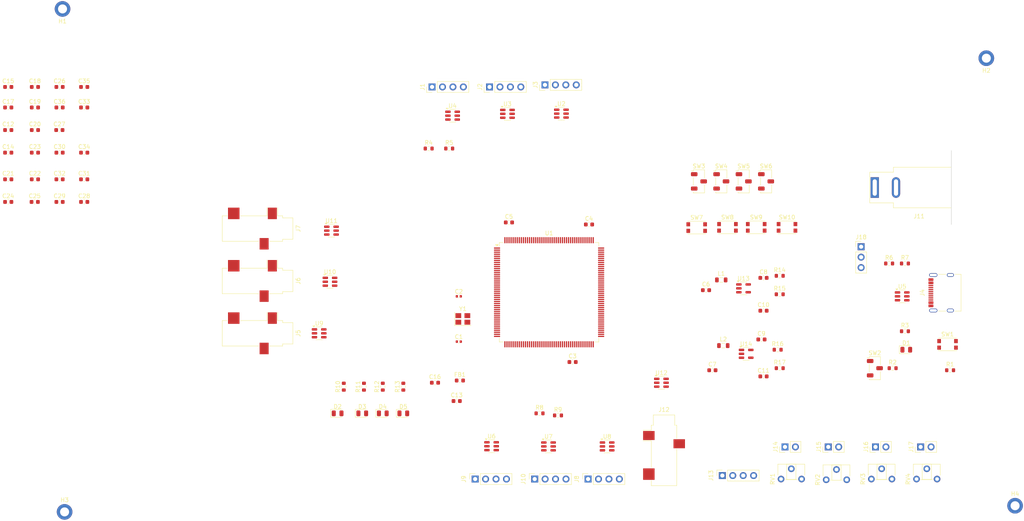
<source format=kicad_pcb>
(kicad_pcb (version 20241229) (generator "pcbnew") (generator_version "9.0")
  (layers (0 "F.Cu" signal) (2 "B.Cu" signal) (13 "F.Paste" user) (15 "B.Paste" user) (5 "F.SilkS" user "F.Silkscreen") (7 "B.SilkS" user "B.Silkscreen") (1 "F.Mask" user) (3 "B.Mask" user) (25 "Edge.Cuts" user))
  (net 0 "")
  (net 1 "GND")
  (net 2 "/mcu_main/OSC_IN")
  (net 3 "/mcu_main/OSC_OUT")
  (net 4 "Net-(C3-Pad2)")
  (net 5 "Net-(C4-Pad2)")
  (net 6 "Net-(C5-Pad2)")
  (net 7 "+5V")
  (net 8 "+3.3V")
  (net 9 "+1V2")
  (net 10 "+3.3VA")
  (net 11 "VBUS")
  (net 12 "VDC")
  (net 13 "Net-(J1-Pin_2)")
  (net 14 "Net-(J1-Pin_3)")
  (net 15 "Net-(J2-Pin_2)")
  (net 16 "Net-(J2-Pin_3)")
  (net 17 "Net-(J3-Pin_3)")
  (net 18 "Net-(J3-Pin_2)")
  (net 19 "Net-(J4-CC1)")
  (net 20 "Net-(J4-D--PadA7)")
  (net 21 "Net-(J4-D+-PadA6)")
  (net 22 "Net-(J4-CC2)")
  (net 23 "AUXa_R")
  (net 24 "AUXa_T")
  (net 25 "AUXb_R")
  (net 26 "AUXb_T")
  (net 27 "AUXc_T")
  (net 28 "AUXc_R")
  (net 29 "TIMb")
  (net 30 "TIMa")
  (net 31 "TIMd")
  (net 32 "TIMc")
  (net 33 "Net-(J9-Pin_2)")
  (net 34 "Net-(J9-Pin_3)")
  (net 35 "Net-(J10-Pin_2)")
  (net 36 "Net-(J10-Pin_3)")
  (net 37 "AUXout_T")
  (net 38 "AUXout_R")
  (net 39 "ADCb")
  (net 40 "ADCd")
  (net 41 "ADCc")
  (net 42 "ADCa")
  (net 43 "Net-(J14-Pin_2)")
  (net 44 "Net-(J15-Pin_2)")
  (net 45 "Net-(J16-Pin_2)")
  (net 46 "Net-(J17-Pin_2)")
  (net 47 "Net-(U1-NRST)")
  (net 48 "Net-(U1-BOOT0)")
  (net 49 "Net-(SW2-B)")
  (net 50 "PBa")
  (net 51 "PBb")
  (net 52 "PBc")
  (net 53 "PBd")
  (net 54 "SWa")
  (net 55 "SWb")
  (net 56 "SWc")
  (net 57 "SWd")
  (net 62 "UARTa_RX")
  (net 74 "USB_D+")
  (net 76 "SWDIO")
  (net 82 "/mcu_main/ADC1_INP4")
  (net 83 "SWCLK")
  (net 86 "USB_D-")
  (net 90 "I2Cmstr_SDA")
  (net 91 "UARTa_TX")
  (net 94 "UARTb_RX")
  (net 108 "UARTb_TX")
  (net 120 "I2Cslv_SCL")
  (net 121 "I2Cslv_SDA")
  (net 143 "I2Cmstr_SCL")
  (net 145 "Net-(D1-A)")
  (net 146 "Net-(D2-A)")
  (net 147 "Net-(D3-A)")
  (net 148 "Net-(D4-A)")
  (net 149 "Net-(D5-A)")
  (net 150 "LEDa")
  (net 155 "LEDb")
  (net 156 "LEDc")
  (net 157 "LEDd")
  (net 158 "Net-(U13-FB)")
  (net 159 "Net-(U14-FB)")
  (net 160 "Net-(J5-PadT)")
  (net 161 "Net-(J5-PadR)")
  (net 162 "Net-(J6-PadR)")
  (net 163 "Net-(J6-PadT)")
  (net 164 "Net-(J7-PadR)")
  (net 165 "Net-(J7-PadT)")
  (net 166 "Net-(J12-PadR)")
  (net 167 "Net-(J12-PadT)")
  (net 168 "Net-(U13-SW)")
  (net 169 "Net-(U14-SW)")
  (footprint "Capacitor_SMD:C_0603_1608Metric" (layer "F.Cu") (at 30.775 77)
    (property "Reference" "C29" (at 0 -1.43 0) (layer "F.SilkS"))
    (property "Value" "100n")
    (pad "1" smd roundrect (at -0.775 0) (size 0.9 0.95) (layers "F.Cu" "F.Mask" "F.Paste") (net 12 "VDC"))
    (pad "2" smd roundrect (at 0.775 0) (size 0.9 0.95) (layers "F.Cu" "F.Mask" "F.Paste") (net 1 "GND"))
  )
  (footprint "Button_Switch_SMD:Nidec_Copal_CAS-120A" (layer "F.Cu") (at 186.5 72)
    (property "Reference" "SW3" (at 0 -3.7 0) (layer "F.SilkS"))
    (property "Value" "SW_SPDT")
    (pad "1" smd roundrect (at -1.15 -1.75 270) (size 1 1.6) (layers "F.Cu" "F.Mask" "F.Paste"))
    (pad "2" smd roundrect (at 1.15 0 270) (size 1 1.6) (layers "F.Cu" "F.Mask" "F.Paste") (net 54 "SWa"))
    (pad "3" smd roundrect (at -1.15 1.75 270) (size 1 1.6) (layers "F.Cu" "F.Mask" "F.Paste") (net 8 "+3.3V"))
  )
  (footprint "LED_SMD:LED_0805_2012Metric" (layer "F.Cu") (at 98.5 128.5)
    (property "Reference" "D2" (at 0 -1.65 0) (layer "F.SilkS"))
    (property "Value" "RED")
    (pad "1" smd roundrect (at -0.9375 0) (size 0.975 1.4) (layers "F.Cu" "F.Mask" "F.Paste") (net 1 "GND"))
    (pad "2" smd roundrect (at 0.9375 0) (size 0.975 1.4) (layers "F.Cu" "F.Mask" "F.Paste") (net 146 "Net-(D2-A)"))
  )
  (footprint "Connector_PinHeader_2.54mm:PinHeader_1x02_P2.54mm_Vertical" (layer "F.Cu") (at 207.46 136.675 90)
    (property "Reference" "J14" (at 0 -2.33 90) (layer "F.SilkS"))
    (property "Value" "Conn_01x02_Pin" (hide yes))
    (pad "1" thru_hole rect (at 0 0 90) (size 1.7 1.7) (drill 1) (layers "*.Cu" "*.Mask") (net 42 "ADCa"))
    (pad "2" thru_hole oval (at 0 2.54 90) (size 1.7 1.7) (drill 1) (layers "*.Cu" "*.Mask") (net 43 "Net-(J14-Pin_2)"))
  )
  (footprint "Inductor_SMD:L_0603_1608Metric" (layer "F.Cu") (at 128.275 120.5)
    (property "Reference" "FB1" (at 0 -1.43 0) (layer "F.SilkS"))
    (property "Value" "FerriteBead")
    (pad "1" smd roundrect (at -0.7875 0) (size 0.875 0.95) (layers "F.Cu" "F.Mask" "F.Paste") (net 8 "+3.3V"))
    (pad "2" smd roundrect (at 0.7875 0) (size 0.875 0.95) (layers "F.Cu" "F.Mask" "F.Paste") (net 10 "+3.3VA"))
  )
  (footprint "Capacitor_SMD:C_0603_1608Metric" (layer "F.Cu") (at 202.225 95.5)
    (property "Reference" "C8" (at 0 -1.43 0) (layer "F.SilkS"))
    (property "Value" "10u")
    (pad "1" smd roundrect (at -0.775 0) (size 0.9 0.95) (layers "F.Cu" "F.Mask" "F.Paste") (net 8 "+3.3V"))
    (pad "2" smd roundrect (at 0.775 0) (size 0.9 0.95) (layers "F.Cu" "F.Mask" "F.Paste") (net 1 "GND"))
  )
  (footprint "Capacitor_SMD:C_0603_1608Metric" (layer "F.Cu") (at 201.725 110.5)
    (property "Reference" "C9" (at 0 -1.43 0) (layer "F.SilkS"))
    (property "Value" "10u")
    (pad "1" smd roundrect (at -0.775 0) (size 0.9 0.95) (layers "F.Cu" "F.Mask" "F.Paste") (net 9 "+1V2"))
    (pad "2" smd roundrect (at 0.775 0) (size 0.9 0.95) (layers "F.Cu" "F.Mask" "F.Paste") (net 1 "GND"))
  )
  (footprint "Connector_Audio:Jack_3.5mm_CUI_SJ-3523-SMT_Horizontal" (layer "F.Cu") (at 178 137.5)
    (property "Reference" "J12" (at 0 -9.9 0) (layer "F.SilkS"))
    (property "Value" "AudioJack3")
    (pad "" np_thru_hole circle (at 0 -2.5) (size 1.7 1.7) (drill 1.7) (layers "*.Cu" "*.Mask"))
    (pad "" np_thru_hole circle (at 0 4.5) (size 1.7 1.7) (drill 1.7) (layers "*.Cu" "*.Mask"))
    (pad "R" smd rect (at 3.7 -1.6) (size 2.8 2.2) (layers "F.Cu" "F.Mask" "F.Paste") (net 166 "Net-(J12-PadR)"))
    (pad "S" smd rect (at -3.7 -3.6) (size 2.8 2.2) (layers "F.Cu" "F.Mask" "F.Paste") (net 1 "GND"))
    (pad "T" smd rect (at -3.7 5.8) (size 2.8 2.8) (layers "F.Cu" "F.Mask" "F.Paste") (net 167 "Net-(J12-PadT)"))
  )
  (footprint "Resistor_SMD:R_0603_1608Metric" (layer "F.Cu") (at 236.675 92)
    (property "Reference" "R7" (at 0 -1.43 0) (layer "F.SilkS"))
    (property "Value" "5.1k")
    (pad "1" smd roundrect (at -0.825 0) (size 0.8 0.95) (layers "F.Cu" "F.Mask" "F.Paste") (net 1 "GND"))
    (pad "2" smd roundrect (at 0.825 0) (size 0.8 0.95) (layers "F.Cu" "F.Mask" "F.Paste") (net 22 "Net-(J4-CC2)"))
  )
  (footprint "MountingHole:MountingHole_2.2mm_M2_DIN965_Pad" (layer "F.Cu") (at 263.5 151)
    (property "Reference" "H4" (at 0 -2.9 0) (layer "F.SilkS"))
    (property "Value" "MountingHole_Pad" (hide yes))
    (pad "1" thru_hole circle (at 0 0) (size 3.8 3.8) (drill 2.2) (layers "*.Cu" "*.Mask") (net 1 "GND"))
  )
  (footprint "Capacitor_SMD:C_0603_1608Metric" (layer "F.Cu") (at 140.225 82)
    (property "Reference" "C5" (at 0 -1.43 0) (layer "F.SilkS"))
    (property "Value" "2.2u")
    (pad "1" smd roundrect (at -0.775 0) (size 0.9 0.95) (layers "F.Cu" "F.Mask" "F.Paste") (net 1 "GND"))
    (pad "2" smd roundrect (at 0.775 0) (size 0.9 0.95) (layers "F.Cu" "F.Mask" "F.Paste") (net 6 "Net-(C5-Pad2)"))
  )
  (footprint "Capacitor_SMD:C_0603_1608Metric" (layer "F.Cu") (at 127.5 125.5)
    (property "Reference" "C13" (at 0 -1.43 0) (layer "F.SilkS"))
    (property "Value" "1u")
    (pad "1" smd roundrect (at -0.775 0) (size 0.9 0.95) (layers "F.Cu" "F.Mask" "F.Paste") (net 8 "+3.3V"))
    (pad "2" smd roundrect (at 0.775 0) (size 0.9 0.95) (layers "F.Cu" "F.Mask" "F.Paste") (net 1 "GND"))
  )
  (footprint "Capacitor_SMD:C_0603_1608Metric" (layer "F.Cu") (at 18.275 54)
    (property "Reference" "C17" (at 0 -1.43 0) (layer "F.SilkS"))
    (property "Value" "4.7u")
    (pad "1" smd roundrect (at -0.775 0) (size 0.9 0.95) (layers "F.Cu" "F.Mask" "F.Paste") (net 10 "+3.3VA"))
    (pad "2" smd roundrect (at 0.775 0) (size 0.9 0.95) (layers "F.Cu" "F.Mask" "F.Paste") (net 1 "GND"))
  )
  (footprint "Connector_PinSocket_2.54mm:PinSocket_1x04_P2.54mm_Vertical" (layer "F.Cu") (at 146.5 144.5 90)
    (property "Reference" "J10" (at 0 -2.77 90) (layer "F.SilkS"))
    (property "Value" "Conn_01x04_Socket" (hide yes))
    (pad "1" thru_hole rect (at 0 0 90) (size 1.7 1.7) (drill 1) (layers "*.Cu" "*.Mask") (net 8 "+3.3V"))
    (pad "2" thru_hole oval (at 0 2.54 90) (size 1.7 1.7) (drill 1) (layers "*.Cu" "*.Mask") (net 35 "Net-(J10-Pin_2)"))
    (pad "3" thru_hole oval (at 0 5.08 90) (size 1.7 1.7) (drill 1) (layers "*.Cu" "*.Mask") (net 36 "Net-(J10-Pin_3)"))
    (pad "4" thru_hole oval (at 0 7.62 90) (size 1.7 1.7) (drill 1) (layers "*.Cu" "*.Mask") (net 1 "GND"))
  )
  (footprint "Capacitor_SMD:C_0603_1608Metric" (layer "F.Cu") (at 24.775 49)
    (property "Reference" "C18" (at 0 -1.43 0) (layer "F.SilkS"))
    (property "Value" "100n")
    (pad "1" smd roundrect (at -0.775 0) (size 0.9 0.95) (layers "F.Cu" "F.Mask" "F.Paste") (net 8 "+3.3V"))
    (pad "2" smd roundrect (at 0.775 0) (size 0.9 0.95) (layers "F.Cu" "F.Mask" "F.Paste") (net 1 "GND"))
  )
  (footprint "Capacitor_SMD:C_0603_1608Metric" (layer "F.Cu") (at 18.275 49)
    (property "Reference" "C15" (at 0 -1.43 0) (layer "F.SilkS"))
    (property "Value" "4.7u")
    (pad "1" smd roundrect (at -0.775 0) (size 0.9 0.95) (layers "F.Cu" "F.Mask" "F.Paste") (net 10 "+3.3VA"))
    (pad "2" smd roundrect (at 0.775 0) (size 0.9 0.95) (layers "F.Cu" "F.Mask" "F.Paste") (net 1 "GND"))
  )
  (footprint "Potentiometer_THT:Potentiometer_ACP_CA6-H2,5_Horizontal" (layer "F.Cu") (at 228.5 144.5 90)
    (property "Reference" "RV3" (at 0 -2.06 90) (layer "F.SilkS"))
    (property "Value" "100k")
    (pad "1" thru_hole circle (at 0 0 90) (size 1.62 1.62) (drill 0.9) (layers "*.Cu" "*.Mask") (net 8 "+3.3V"))
    (pad "2" thru_hole circle (at 2.5 2.5 90) (size 1.62 1.62) (drill 0.9) (layers "*.Cu" "*.Mask") (net 45 "Net-(J16-Pin_2)"))
    (pad "3" thru_hole circle (at 0 5 90) (size 1.62 1.62) (drill 0.9) (layers "*.Cu" "*.Mask") (net 1 "GND"))
  )
  (footprint "Resistor_SMD:R_0603_1608Metric" (layer "F.Cu") (at 206.175 117.5)
    (property "Reference" "R17" (at 0 -1.43 0) (layer "F.SilkS"))
    (property "Value" "100k")
    (pad "1" smd roundrect (at -0.825 0) (size 0.8 0.95) (layers "F.Cu" "F.Mask" "F.Paste") (net 159 "Net-(U14-FB)"))
    (pad "2" smd roundrect (at 0.825 0) (size 0.8 0.95) (layers "F.Cu" "F.Mask" "F.Paste") (net 1 "GND"))
  )
  (footprint "Capacitor_SMD:C_0603_1608Metric" (layer "F.Cu") (at 30.775 54)
    (property "Reference" "C36" (at 0 -1.43 0) (layer "F.SilkS"))
    (property "Value" "100n")
    (pad "1" smd roundrect (at -0.775 0) (size 0.9 0.95) (layers "F.Cu" "F.Mask" "F.Paste") (net 8 "+3.3V"))
    (pad "2" smd roundrect (at 0.775 0) (size 0.9 0.95) (layers "F.Cu" "F.Mask" "F.Paste") (net 1 "GND"))
  )
  (footprint "Capacitor_SMD:C_0603_1608Metric" (layer "F.Cu") (at 18.275 71.5)
    (property "Reference" "C21" (at 0 -1.43 0) (layer "F.SilkS"))
    (property "Value" "100n")
    (pad "1" smd roundrect (at -0.775 0) (size 0.9 0.95) (layers "F.Cu" "F.Mask" "F.Paste") (net 7 "+5V"))
    (pad "2" smd roundrect (at 0.775 0) (size 0.9 0.95) (layers "F.Cu" "F.Mask" "F.Paste") (net 1 "GND"))
  )
  (footprint "Connector_PinHeader_2.54mm:PinHeader_1x02_P2.54mm_Vertical" (layer "F.Cu") (at 218 136.675 90)
    (property "Reference" "J15" (at 0 -2.33 90) (layer "F.SilkS"))
    (property "Value" "Conn_01x02_Pin" (hide yes))
    (pad "1" thru_hole rect (at 0 0 90) (size 1.7 1.7) (drill 1) (layers "*.Cu" "*.Mask") (net 39 "ADCb"))
    (pad "2" thru_hole oval (at 0 2.54 90) (size 1.7 1.7) (drill 1) (layers "*.Cu" "*.Mask") (net 44 "Net-(J15-Pin_2)"))
  )
  (footprint "Capacitor_SMD:C_0603_1608Metric" (layer "F.Cu") (at 189.775 118)
    (property "Reference" "C7" (at 0 -1.43 0) (layer "F.SilkS"))
    (property "Value" "4.7u")
    (pad "1" smd roundrect (at -0.775 0) (size 0.9 0.95) (layers "F.Cu" "F.Mask" "F.Paste") (net 7 "+5V"))
    (pad "2" smd roundrect (at 0.775 0) (size 0.9 0.95) (layers "F.Cu" "F.Mask" "F.Paste") (net 1 "GND"))
  )
  (footprint "Package_TO_SOT_SMD:SOT-23-6" (layer "F.Cu") (at 126.5 56)
    (property "Reference" "U4" (at 0 -2.4 0) (layer "F.SilkS"))
    (property "Value" "USBLC6-2SC6")
    (pad "1" smd roundrect (at -1.1375 -0.95) (size 1.325 0.6) (layers "F.Cu" "F.Mask" "F.Paste") (net 13 "Net-(J1-Pin_2)"))
    (pad "2" smd roundrect (at -1.1375 0) (size 1.325 0.6) (layers "F.Cu" "F.Mask" "F.Paste") (net 1 "GND"))
    (pad "3" smd roundrect (at -1.1375 0.95) (size 1.325 0.6) (layers "F.Cu" "F.Mask" "F.Paste") (net 14 "Net-(J1-Pin_3)"))
    (pad "4" smd roundrect (at 1.1375 0.95) (size 1.325 0.6) (layers "F.Cu" "F.Mask" "F.Paste") (net 121 "I2Cslv_SDA"))
    (pad "5" smd roundrect (at 1.1375 0) (size 1.325 0.6) (layers "F.Cu" "F.Mask" "F.Paste") (net 8 "+3.3V"))
    (pad "6" smd roundrect (at 1.1375 -0.95) (size 1.325 0.6) (layers "F.Cu" "F.Mask" "F.Paste") (net 120 "I2Cslv_SCL"))
  )
  (footprint "Capacitor_SMD:C_0603_1608Metric" (layer "F.Cu") (at 30.725 59.5)
    (property "Reference" "C27" (at 0 -1.43 0) (layer "F.SilkS"))
    (property "Value" "100n")
    (pad "1" smd roundrect (at -0.775 0) (size 0.9 0.95) (layers "F.Cu" "F.Mask" "F.Paste") (net 8 "+3.3V"))
    (pad "2" smd roundrect (at 0.775 0) (size 0.9 0.95) (layers "F.Cu" "F.Mask" "F.Paste") (net 1 "GND"))
  )
  (footprint "Package_TO_SOT_SMD:SOT-23-6" (layer "F.Cu") (at 136 136.5)
    (property "Reference" "U6" (at 0 -2.4 0) (layer "F.SilkS"))
    (property "Value" "USBLC6-2SC6")
    (pad "1" smd roundrect (at -1.1375 -0.95) (size 1.325 0.6) (layers "F.Cu" "F.Mask" "F.Paste") (net 108 "UARTb_TX"))
    (pad "2" smd roundrect (at -1.1375 0) (size 1.325 0.6) (layers "F.Cu" "F.Mask" "F.Paste") (net 1 "GND"))
    (pad "3" smd roundrect (at -1.1375 0.95) (size 1.325 0.6) (layers "F.Cu" "F.Mask" "F.Paste") (net 94 "UARTb_RX"))
    (pad "4" smd roundrect (at 1.1375 0.95) (size 1.325 0.6) (layers "F.Cu" "F.Mask" "F.Paste") (net 34 "Net-(J9-Pin_3)"))
    (pad "5" smd roundrect (at 1.1375 0) (size 1.325 0.6) (layers "F.Cu" "F.Mask" "F.Paste") (net 8 "+3.3V"))
    (pad "6" smd roundrect (at 1.1375 -0.95) (size 1.325 0.6) (layers "F.Cu" "F.Mask" "F.Paste") (net 33 "Net-(J9-Pin_2)"))
  )
  (footprint "Connector_Audio:Jack_3.5mm_CUI_SJ-3523-SMT_Horizontal" (layer "F.Cu") (at 79 83.5 -90)
    (property "Reference" "J7" (at 0 -9.9 90) (layer "F.SilkS"))
    (property "Value" "AudioJack3")
    (pad "" np_thru_hole circle (at 0 -2.5 270) (size 1.7 1.7) (drill 1.7) (layers "*.Cu" "*.Mask"))
    (pad "" np_thru_hole circle (at 0 4.5 270) (size 1.7 1.7) (drill 1.7) (layers "*.Cu" "*.Mask"))
    (pad "R" smd rect (at 3.7 -1.6 270) (size 2.8 2.2) (layers "F.Cu" "F.Mask" "F.Paste") (net 164 "Net-(J7-PadR)"))
    (pad "S" smd rect (at -3.7 -3.6 270) (size 2.8 2.2) (layers "F.Cu" "F.Mask" "F.Paste") (net 1 "GND"))
    (pad "T" smd rect (at -3.7 5.8 270) (size 2.8 2.8) (layers "F.Cu" "F.Mask" "F.Paste") (net 165 "Net-(J7-PadT)"))
  )
  (footprint "Button_Switch_SMD:SW_Push_1P1T_NO_CK_KMR2" (layer "F.Cu") (at 207.95 83.2)
    (property "Reference" "SW10" (at 0 -2.45 0) (layer "F.SilkS"))
    (property "Value" "SW_Push")
    (pad "1" smd rect (at -2.05 -0.8) (size 0.9 1) (layers "F.Cu" "F.Mask" "F.Paste") (net 8 "+3.3V"))
    (pad "1" smd rect (at 2.05 -0.8) (size 0.9 1) (layers "F.Cu" "F.Mask" "F.Paste") (net 8 "+3.3V"))
    (pad "2" smd rect (at -2.05 0.8) (size 0.9 1) (layers "F.Cu" "F.Mask" "F.Paste") (net 53 "PBd"))
    (pad "2" smd rect (at 2.05 0.8) (size 0.9 1) (layers "F.Cu" "F.Mask" "F.Paste") (net 53 "PBd"))
  )
  (footprint "Connector_PinHeader_2.54mm:PinHeader_1x04_P2.54mm_Vertical" (layer "F.Cu") (at 149 48.5 90)
    (property "Reference" "J3" (at 0 -2.33 90) (layer "F.SilkS"))
    (property "Value" "Conn_01x04_Pin" (hide yes))
    (pad "1" thru_hole rect (at 0 0 90) (size 1.7 1.7) (drill 1) (layers "*.Cu" "*.Mask") (net 8 "+3.3V"))
    (pad "2" thru_hole oval (at 0 2.54 90) (size 1.7 1.7) (drill 1) (layers "*.Cu" "*.Mask") (net 18 "Net-(J3-Pin_2)"))
    (pad "3" thru_hole oval (at 0 5.08 90) (size 1.7 1.7) (drill 1) (layers "*.Cu" "*.Mask") (net 17 "Net-(J3-Pin_3)"))
    (pad "4" thru_hole oval (at 0 7.62 90) (size 1.7 1.7) (drill 1) (layers "*.Cu" "*.Mask") (net 1 "GND"))
  )
  (footprint "Button_Switch_SMD:Nidec_Copal_CAS-120A" (layer "F.Cu") (at 202.85 72)
    (property "Reference" "SW6" (at 0 -3.7 0) (layer "F.SilkS"))
    (property "Value" "SW_SPDT")
    (pad "1" smd roundrect (at -1.15 -1.75 270) (size 1 1.6) (layers "F.Cu" "F.Mask" "F.Paste"))
    (pad "2" smd roundrect (at 1.15 0 270) (size 1 1.6) (layers "F.Cu" "F.Mask" "F.Paste") (net 57 "SWd"))
    (pad "3" smd roundrect (at -1.15 1.75 270) (size 1 1.6) (layers "F.Cu" "F.Mask" "F.Paste") (net 8 "+3.3V"))
  )
  (footprint "LED_SMD:LED_0805_2012Metric" (layer "F.Cu") (at 109.5 128.5)
    (property "Reference" "D4" (at 0 -1.65 0) (layer "F.SilkS"))
    (property "Value" "YELLOW")
    (pad "1" smd roundrect (at -0.9375 0) (size 0.975 1.4) (layers "F.Cu" "F.Mask" "F.Paste") (net 1 "GND"))
    (pad "2" smd roundrect (at 0.9375 0) (size 0.975 1.4) (layers "F.Cu" "F.Mask" "F.Paste") (net 148 "Net-(D4-A)"))
  )
  (footprint "MountingHole:MountingHole_2.2mm_M2_DIN965_Pad" (layer "F.Cu") (at 32 152.5)
    (property "Reference" "H3" (at 0 -2.9 0) (layer "F.SilkS"))
    (property "Value" "MountingHole_Pad" (hide yes))
    (pad "1" thru_hole circle (at 0 0) (size 3.8 3.8) (drill 2.2) (layers "*.Cu" "*.Mask") (net 1 "GND"))
  )
  (footprint "Resistor_SMD:R_0603_1608Metric" (layer "F.Cu") (at 206.175 99.5)
    (property "Reference" "R15" (at 0 -1.43 0) (layer "F.SilkS"))
    (property "Value" "33k")
    (pad "1" smd roundrect (at -0.825 0) (size 0.8 0.95) (layers "F.Cu" "F.Mask" "F.Paste") (net 158 "Net-(U13-FB)"))
    (pad "2" smd roundrect (at 0.825 0) (size 0.8 0.95) (layers "F.Cu" "F.Mask" "F.Paste") (net 1 "GND"))
  )
  (footprint "Resistor_SMD:R_0603_1608Metric" (layer "F.Cu") (at 233.675 117.5)
    (property "Reference" "R2" (at 0 -1.43 0) (layer "F.SilkS"))
    (property "Value" "10k")
    (pad "1" smd roundrect (at -0.825 0) (size 0.8 0.95) (layers "F.Cu" "F.Mask" "F.Paste") (net 49 "Net-(SW2-B)"))
    (pad "2" smd roundrect (at 0.825 0) (size 0.8 0.95) (layers "F.Cu" "F.Mask" "F.Paste") (net 48 "Net-(U1-BOOT0)"))
  )
  (footprint "Button_Switch_SMD:Nidec_Copal_CAS-120A" (layer "F.Cu") (at 229.35 117.5)
    (property "Reference" "SW2" (at 0 -3.7 0) (layer "F.SilkS"))
    (property "Value" "SW_SPDT")
    (pad "1" smd roundrect (at -1.15 -1.75 270) (size 1 1.6) (layers "F.Cu" "F.Mask" "F.Paste") (net 1 "GND"))
    (pad "2" smd roundrect (at 1.15 0 270) (size 1 1.6) (layers "F.Cu" "F.Mask" "F.Paste") (net 49 "Net-(SW2-B)"))
    (pad "3" smd roundrect (at -1.15 1.75 270) (size 1 1.6) (layers "F.Cu" "F.Mask" "F.Paste") (net 8 "+3.3V"))
  )
  (footprint "Package_TO_SOT_SMD:SOT-23-6" (layer "F.Cu") (at 149.8625 136.55)
    (property "Reference" "U7" (at 0 -2.4 0) (layer "F.SilkS"))
    (property "Value" "USBLC6-2SC6")
    (pad "1" smd roundrect (at -1.1375 -0.95) (size 1.325 0.6) (layers "F.Cu" "F.Mask" "F.Paste") (net 143 "I2Cmstr_SCL"))
    (pad "2" smd roundrect (at -1.1375 0) (size 1.325 0.6) (layers "F.Cu" "F.Mask" "F.Paste") (net 1 "GND"))
    (pad "3" smd roundrect (at -1.1375 0.95) (size 1.325 0.6) (layers "F.Cu" "F.Mask" "F.Paste") (net 90 "I2Cmstr_SDA"))
    (pad "4" smd roundrect (at 1.1375 0.95) (size 1.325 0.6) (layers "F.Cu" "F.Mask" "F.Paste") (net 36 "Net-(J10-Pin_3)"))
    (pad "5" smd roundrect (at 1.1375 0) (size 1.325 0.6) (layers "F.Cu" "F.Mask" "F.Paste") (net 8 "+3.3V"))
    (pad "6" smd roundrect (at 1.1375 -0.95) (size 1.325 0.6) (layers "F.Cu" "F.Mask" "F.Paste") (net 35 "Net-(J10-Pin_2)"))
  )
  (footprint "Package_TO_SOT_SMD:SOT-23-6" (layer "F.Cu") (at 96.6375 96.45)
    (property "Reference" "U10" (at 0 -2.4 0) (layer "F.SilkS"))
    (property "Value" "USBLC6-2SC6")
    (pad "1" smd roundrect (at -1.1375 -0.95) (size 1.325 0.6) (layers "F.Cu" "F.Mask" "F.Paste") (net 162 "Net-(J6-PadR)"))
    (pad "2" smd roundrect (at -1.1375 0) (size 1.325 0.6) (layers "F.Cu" "F.Mask" "F.Paste") (net 1 "GND"))
    (pad "3" smd roundrect (at -1.1375 0.95) (size 1.325 0.6) (layers "F.Cu" "F.Mask" "F.Paste") (net 163 "Net-(J6-PadT)"))
    (pad "4" smd roundrect (at 1.1375 0.95) (size 1.325 0.6) (layers "F.Cu" "F.Mask" "F.Paste") (net 26 "AUXb_T"))
    (pad "5" smd roundrect (at 1.1375 0) (size 1.325 0.6) (layers "F.Cu" "F.Mask" "F.Paste") (net 8 "+3.3V"))
    (pad "6" smd roundrect (at 1.1375 -0.95) (size 1.325 0.6) (layers "F.Cu" "F.Mask" "F.Paste") (net 25 "AUXb_R"))
  )
  (footprint "Resistor_SMD:R_0603_1608Metric" (layer "F.Cu") (at 152.175 129)
    (property "Reference" "R9" (at 0 -1.43 0) (layer "F.SilkS"))
    (property "Value" "4.7k")
    (pad "1" smd roundrect (at -0.825 0) (size 0.8 0.95) (layers "F.Cu" "F.Mask" "F.Paste") (net 8 "+3.3V"))
    (pad "2" smd roundrect (at 0.825 0) (size 0.8 0.95) (layers "F.Cu" "F.Mask" "F.Paste") (net 36 "Net-(J10-Pin_3)"))
  )
  (footprint "Package_TO_SOT_SMD:SOT-23-6" (layer "F.Cu") (at 153 55.5)
    (property "Reference" "U2" (at 0 -2.4 0) (layer "F.SilkS"))
    (property "Value" "USBLC6-2SC6")
    (pad "1" smd roundrect (at -1.1375 -0.95) (size 1.325 0.6) (layers "F.Cu" "F.Mask" "F.Paste") (net 18 "Net-(J3-Pin_2)"))
    (pad "2" smd roundrect (at -1.1375 0) (size 1.325 0.6) (layers "F.Cu" "F.Mask" "F.Paste") (net 1 "GND"))
    (pad "3" smd roundrect (at -1.1375 0.95) (size 1.325 0.6) (layers "F.Cu" "F.Mask" "F.Paste") (net 17 "Net-(J3-Pin_3)"))
    (pad "4" smd roundrect (at 1.1375 0.95) (size 1.325 0.6) (layers "F.Cu" "F.Mask" "F.Paste") (net 83 "SWCLK"))
    (pad "5" smd roundrect (at 1.1375 0) (size 1.325 0.6) (layers "F.Cu" "F.Mask" "F.Paste") (net 8 "+3.3V"))
    (pad "6" smd roundrect (at 1.1375 -0.95) (size 1.325 0.6) (layers "F.Cu" "F.Mask" "F.Paste") (net 76 "SWDIO"))
  )
  (footprint "Button_Switch_SMD:SW_Push_1P1T_NO_CK_KMR2" (layer "F.Cu") (at 193.45 83.2)
    (property "Reference" "SW8" (at 0 -2.45 0) (layer "F.SilkS"))
    (property "Value" "SW_Push")
    (pad "1" smd rect (at -2.05 -0.8) (size 0.9 1) (layers "F.Cu" "F.Mask" "F.Paste") (net 8 "+3.3V"))
    (pad "1" smd rect (at 2.05 -0.8) (size 0.9 1) (layers "F.Cu" "F.Mask" "F.Paste") (net 8 "+3.3V"))
    (pad "2" smd rect (at -2.05 0.8) (size 0.9 1) (layers "F.Cu" "F.Mask" "F.Paste") (net 51 "PBb"))
    (pad "2" smd rect (at 2.05 0.8) (size 0.9 1) (layers "F.Cu" "F.Mask" "F.Paste") (net 51 "PBb"))
  )
  (footprint "Capacitor_SMD:C_0603_1608Metric" (layer "F.Cu") (at 18.275 77)
    (property "Reference" "C24" (at 0 -1.43 0) (layer "F.SilkS"))
    (property "Value" "100n")
    (pad "1" smd roundrect (at -0.775 0) (size 0.9 0.95) (layers "F.Cu" "F.Mask" "F.Paste") (net 7 "+5V"))
    (pad "2" smd roundrect (at 0.775 0) (size 0.9 0.95) (layers "F.Cu" "F.Mask" "F.Paste") (net 1 "GND"))
  )
  (footprint "Capacitor_SMD:C_0603_1608Metric" (layer "F.Cu") (at 155.725 116)
    (property "Reference" "C3" (at 0 -1.43 0) (layer "F.SilkS"))
    (property "Value" "2.2u")
    (pad "1" smd roundrect (at -0.775 0) (size 0.9 0.95) (layers "F.Cu" "F.Mask" "F.Paste") (net 1 "GND"))
    (pad "2" smd roundrect (at 0.775 0) (size 0.9 0.95) (layers "F.Cu" "F.Mask" "F.Paste") (net 4 "Net-(C3-Pad2)"))
  )
  (footprint "LED_SMD:LED_0805_2012Metric" (layer "F.Cu") (at 237 113)
    (property "Reference" "D1" (at 0 -1.65 0) (layer "F.SilkS"))
    (property "Value" "GREEN")
    (pad "1" smd roundrect (at -0.9375 0) (size 0.975 1.4) (layers "F.Cu" "F.Mask" "F.Paste") (net 1 "GND"))
    (pad "2" smd roundrect (at 0.9375 0) (size 0.975 1.4) (layers "F.Cu" "F.Mask" "F.Paste") (net 145 "Net-(D1-A)"))
  )
  (footprint "Connector_PinHeader_2.54mm:PinHeader_1x04_P2.54mm_Vertical" (layer "F.Cu") (at 135.5 49 90)
    (property "Reference" "J2" (at 0 -2.33 90) (layer "F.SilkS"))
    (property "Value" "Conn_01x04_Pin" (hide yes))
    (pad "1" thru_hole rect (at 0 0 90) (size 1.7 1.7) (drill 1) (layers "*.Cu" "*.Mask") (net 8 "+3.3V"))
    (pad "2" thru_hole oval (at 0 2.54 90) (size 1.7 1.7) (drill 1) (layers "*.Cu" "*.Mask") (net 15 "Net-(J2-Pin_2)"))
    (pad "3" thru_hole oval (at 0 5.08 90) (size 1.7 1.7) (drill 1) (layers "*.Cu" "*.Mask") (net 16 "Net-(J2-Pin_3)"))
    (pad "4" thru_hole oval (at 0 7.62 90) (size 1.7 1.7) (drill 1) (layers "*.Cu" "*.Mask") (net 1 "GND"))
  )
  (footprint "Resistor_SMD:R_0603_1608Metric" (layer "F.Cu") (at 125.675 64)
    (property "Reference" "R5" (at 0 -1.43 0) (layer "F.SilkS"))
    (property "Value" "4.7k")
    (pad "1" smd roundrect (at -0.825 0) (size 0.8 0.95) (layers "F.Cu" "F.Mask" "F.Paste") (net 8 "+3.3V"))
    (pad "2" smd roundrect (at 0.825 0) (size 0.8 0.95) (layers "F.Cu" "F.Mask" "F.Paste") (net 14 "Net-(J1-Pin_3)"))
  )
  (footprint "LED_SMD:LED_0805_2012Metric" (layer "F.Cu") (at 114.5 128.5)
    (property "Reference" "D5" (at 0 -1.65 0) (layer "F.SilkS"))
    (property "Value" "BLUE")
    (pad "1" smd roundrect (at -0.9375 0) (size 0.975 1.4) (layers "F.Cu" "F.Mask" "F.Paste") (net 1 "GND"))
    (pad "2" smd roundrect (at 0.9375 0) (size 0.975 1.4) (layers "F.Cu" "F.Mask" "F.Paste") (net 149 "Net-(D5-A)"))
  )
  (footprint "MountingHole:MountingHole_2.2mm_M2_DIN965_Pad" (layer "F.Cu") (at 256.5 42)
    (property "Reference" "H2" (at 0 3 0) (layer "F.SilkS"))
    (property "Value" "MountingHole_Pad" (hide yes))
    (pad "1" thru_hole circle (at 0 0) (size 3.8 3.8) (drill 2.2) (layers "*.Cu" "*.Mask") (net 1 "GND"))
  )
  (footprint "Capacitor_SMD:C_0603_1608Metric" (layer "F.Cu") (at 24.775 65)
    (property "Reference" "C23" (at 0 -1.43 0) (layer "F.SilkS"))
    (property "Value" "100n")
    (pad "1" smd roundrect (at -0.775 0) (size 0.9 0.95) (layers "F.Cu" "F.Mask" "F.Paste") (net 8 "+3.3V"))
    (pad "2" smd roundrect (at 0.775 0) (size 0.9 0.95) (layers "F.Cu" "F.Mask" "F.Paste") (net 1 "GND"))
  )
  (footprint "Resistor_SMD:R_0603_1608Metric" (layer "F.Cu") (at 232.825 92)
    (property "Reference" "R6" (at 0 -1.43 0) (layer "F.SilkS"))
    (property "Value" "5.1k")
    (pad "1" smd roundrect (at -0.825 0) (size 0.8 0.95) (layers "F.Cu" "F.Mask" "F.Paste") (net 1 "GND"))
    (pad "2" smd roundrect (at 0.825 0) (size 0.8 0.95) (layers "F.Cu" "F.Mask" "F.Paste") (net 19 "Net-(J4-CC1)"))
  )
  (footprint "Package_TO_SOT_SMD:SOT-23-6" (layer "F.Cu") (at 139.8625 55.55)
    (property "Reference" "U3" (at 0 -2.4 0) (layer "F.SilkS"))
    (property "Value" "USBLC6-2SC6")
    (pad "1" smd roundrect (at -1.1375 -0.95) (size 1.325 0.6) (layers "F.Cu" "F.Mask" "F.Paste") (net 15 "Net-(J2-Pin_2)"))
    (pad "2" smd roundrect (at -1.1375 0) (size 1.325 0.6) (layers "F.Cu" "F.Mask" "F.Paste") (net 1 "GND"))
    (pad "3" smd roundrect (at -1.1375 0.95) (size 1.325 0.6) (layers "F.Cu" "F.Mask" "F.Paste") (net 16 "Net-(J2-Pin_3)"))
    (pad "4" smd roundrect (at 1.1375 0.95) (size 1.325 0.6) (layers "F.Cu" "F.Mask" "F.Paste") (net 62 "UARTa_RX"))
    (pad "5" smd roundrect (at 1.1375 0) (size 1.325 0.6) (layers "F.Cu" "F.Mask" "F.Paste") (net 8 "+3.3V"))
    (pad "6" smd roundrect (at 1.1375 -0.95) (size 1.325 0.6) (layers "F.Cu" "F.Mask" "F.Paste") (net 91 "UARTa_TX"))
  )
  (footprint "Package_TO_SOT_SMD:SOT-23-5" (layer "F.Cu") (at 197.3625 98.05)
    (property "Reference" "U13" (at 0 -2.4 0) (layer "F.SilkS"))
    (property "Value" "TLV62568DBV")
    (pad "1" smd roundrect (at -1.1375 -0.95) (size 1.325 0.6) (layers "F.Cu" "F.Mask" "F.Paste") (net 7 "+5V"))
    (pad "2" smd roundrect (at -1.1375 0) (size 1.325 0.6) (layers "F.Cu" "F.Mask" "F.Paste") (net 1 "GND"))
    (pad "3" smd roundrect (at -1.1375 0.95) (size 1.325 0.6) (layers "F.Cu" "F.Mask" "F.Paste") (net 168 "Net-(U13-SW)"))
    (pad "4" smd roundrect (at 1.1375 0.95) (size 1.325 0.6) (layers "F.Cu" "F.Mask" "F.Paste") (net 7 "+5V"))
    (pad "5" smd roundrect (at 1.1375 -0.95) (size 1.325 0.6) (layers "F.Cu" "F.Mask" "F.Paste") (net 158 "Net-(U13-FB)"))
  )
  (footprint "Button_Switch_SMD:Nidec_Copal_CAS-120A" (layer "F.Cu") (at 191.95 72)
    (property "Reference" "SW4" (at 0 -3.7 0) (layer "F.SilkS"))
    (property "Value" "SW_SPDT")
    (pad "1" smd roundrect (at -1.15 -1.75 270) (size 1 1.6) (layers "F.Cu" "F.Mask" "F.Paste"))
    (pad "2" smd roundrect (at 1.15 0 270) (size 1 1.6) (layers "F.Cu" "F.Mask" "F.Paste") (net 55 "SWb"))
    (pad "3" smd roundrect (at -1.15 1.75 270) (size 1 1.6) (layers "F.Cu" "F.Mask" "F.Paste") (net 8 "+3.3V"))
  )
  (footprint "Connector_PinHeader_2.54mm:PinHeader_1x04_P2.54mm_Vertical" (layer "F.Cu") (at 121.5 49 90)
    (property "Reference" "J1" (at 0 -2.33 90) (layer "F.SilkS"))
    (property "Value" "Conn_01x04_Pin" (hide yes))
    (pad "1" thru_hole rect (at 0 0 90) (size 1.7 1.7) (drill 1) (layers "*.Cu" "*.Mask") (net 8 "+3.3V"))
    (pad "2" thru_hole oval (at 0 2.54 90) (size 1.7 1.7) (drill 1) (layers "*.Cu" "*.Mask") (net 13 "Net-(J1-Pin_2)"))
    (pad "3" thru_hole oval (at 0 5.08 90) (size 1.7 1.7) (drill 1) (layers "*.Cu" "*.Mask") (net 14 "Net-(J1-Pin_3)"))
    (pad "4" thru_hole oval (at 0 7.62 90) (size 1.7 1.7) (drill 1) (layers "*.Cu" "*.Mask") (net 1 "GND"))
  )
  (footprint "Capacitor_SMD:C_0603_1608Metric" (layer "F.Cu") (at 30.775 71.5)
    (property "Reference" "C32" (at 0 -1.43 0) (layer "F.SilkS"))
    (property "Value" "100n")
    (pad "1" smd roundrect (at -0.775 0) (size 0.9 0.95) (layers "F.Cu" "F.Mask" "F.Paste") (net 12 "VDC"))
    (pad "2" smd roundrect (at 0.775 0) (size 0.9 0.95) (layers "F.Cu" "F.Mask" "F.Paste") (net 1 "GND"))
  )
  (footprint "Capacitor_SMD:C_0603_1608Metric" (layer "F.Cu") (at 36.775 77)
    (property "Reference" "C28" (at 0 -1.43 0) (layer "F.SilkS"))
    (property "Value" "100n")
    (pad "1" smd roundrect (at -0.775 0) (size 0.9 0.95) (layers "F.Cu" "F.Mask" "F.Paste") (net 9 "+1V2"))
    (pad "2" smd roundrect (at 0.775 0) (size 0.9 0.95) (layers "F.Cu" "F.Mask" "F.Paste") (net 1 "GND"))
  )
  (footprint "Capacitor_SMD:C_0603_1608Metric" (layer "F.Cu") (at 18.275 65)
    (property "Reference" "C14" (at 0 -1.43 0) (layer "F.SilkS"))
    (property "Value" "4.7u")
    (pad "1" smd roundrect (at -0.775 0) (size 0.9 0.95) (layers "F.Cu" "F.Mask" "F.Paste") (net 10 "+3.3VA"))
    (pad "2" smd roundrect (at 0.775 0) (size 0.9 0.95) (layers "F.Cu" "F.Mask" "F.Paste") (net 1 "GND"))
  )
  (footprint "Capacitor_SMD:C_0603_1608Metric" (layer "F.Cu") (at 188.225 98.5)
    (property "Reference" "C6" (at 0 -1.43 0) (layer "F.SilkS"))
    (property "Value" "4.7u")
    (pad "1" smd roundrect (at -0.775 0) (size 0.9 0.95) (layers "F.Cu" "F.Mask" "F.Paste") (net 7 "+5V"))
    (pad "2" smd roundrect (at 0.775 0) (size 0.9 0.95) (layers "F.Cu" "F.Mask" "F.Paste") (net 1 "GND"))
  )
  (footprint "Capacitor_SMD:C_0603_1608Metric" (layer "F.Cu") (at 24.775 71.5)
    (property "Reference" "C22" (at 0 -1.43 0) (layer "F.SilkS"))
    (property "Value" "100n")
    (pad "1" smd roundrect (at -0.775 0) (size 0.9 0.95) (layers "F.Cu" "F.Mask" "F.Paste") (net 11 "VBUS"))
    (pad "2" smd roundrect (at 0.775 0) (size 0.9 0.95) (layers "F.Cu" "F.Mask" "F.Paste") (net 1 "GND"))
  )
  (footprint "Capacitor_SMD:C_0603_1608Metric" (layer "F.Cu") (at 159.725 82.5)
    (property "Reference" "C4" (at 0 -1.43 0) (layer "F.SilkS"))
    (property "Value" "2.2u")
    (pad "1" smd roundrect (at -0.775 0) (size 0.9 0.95) (layers "F.Cu" "F.Mask" "F.Paste") (net 1 "GND"))
    (pad "2" smd roundrect (at 0.775 0) (size 0.9 0.95) (layers "F.Cu" "F.Mask" "F.Paste") (net 5 "Net-(C4-Pad2)"))
  )
  (footprint "Connector_Audio:Jack_3.5mm_CUI_SJ-3523-SMT_Horizontal" (layer "F.Cu") (at 79 109 -90)
    (property "Reference" "J5" (at 0 -9.9 90) (layer "F.SilkS"))
    (property "Value" "AudioJack3")
    (pad "" np_thru_hole circle (at 0 -2.5 270) (size 1.7 1.7) (drill 1.7) (layers "*.Cu" "*.Mask"))
    (pad "" np_thru_hole circle (at 0 4.5 270) (size 1.7 1.7) (drill 1.7) (layers "*.Cu" "*.Mask"))
    (pad "R" smd rect (at 3.7 -1.6 270) (size 2.8 2.2) (layers "F.Cu" "F.Mask" "F.Paste") (net 161 "Net-(J5-PadR)"))
    (pad "S" smd rect (at -3.7 -3.6 270) (size 2.8 2.2) (layers "F.Cu" "F.Mask" "F.Paste") (net 1 "GND"))
    (pad "T" smd rect (at -3.7 5.8 270) (size 2.8 2.8) (layers "F.Cu" "F.Mask" "F.Paste") (net 160 "Net-(J5-PadT)"))
  )
  (footprint "Potentiometer_THT:Potentiometer_ACP_CA6-H2,5_Horizontal" (layer "F.Cu") (at 217.5 144.675 90)
    (property "Reference" "RV2" (at 0 -2.06 90) (layer "F.SilkS"))
    (property "Value" "100k")
    (pad "1" thru_hole circle (at 0 0 90) (size 1.62 1.62) (drill 0.9) (layers "*.Cu" "*.Mask") (net 8 "+3.3V"))
    (pad "2" thru_hole circle (at 2.5 2.5 90) (size 1.62 1.62) (drill 0.9) (layers "*.Cu" "*.Mask") (net 44 "Net-(J15-Pin_2)"))
    (pad "3" thru_hole circle (at 0 5 90) (size 1.62 1.62) (drill 0.9) (layers "*.Cu" "*.Mask") (net 1 "GND"))
  )
  (footprint "Resistor_SMD:R_0603_1608Metric" (layer "F.Cu") (at 120.675 64)
    (property "Reference" "R4" (at 0 -1.43 0) (layer "F.SilkS"))
    (property "Value" "4.7k")
    (pad "1" smd roundrect (at -0.825 0) (size 0.8 0.95) (layers "F.Cu" "F.Mask" "F.Paste") (net 8 "+3.3V"))
    (pad "2" smd roundrect (at 0.825 0) (size 0.8 0.95) (layers "F.Cu" "F.Mask" "F.Paste") (net 13 "Net-(J1-Pin_2)"))
  )
  (footprint "Resistor_SMD:R_0603_1608Metric" (layer "F.Cu") (at 247.675 118)
    (property "Reference" "R1" (at 0 -1.43 0) (layer "F.SilkS"))
    (property "Value" "10k")
    (pad "1" smd roundrect (at -0.825 0) (size 0.8 0.95) (layers "F.Cu" "F.Mask" "F.Paste") (net 47 "Net-(U1-NRST)"))
    (pad "2" smd roundrect (at 0.825 0) (size 0.8 0.95) (layers "F.Cu" "F.Mask" "F.Paste") (net 8 "+3.3V"))
  )
  (footprint "Button_Switch_SMD:SW_Push_1P1T_NO_CK_KMR2" (layer "F.Cu") (at 247.05 111.7)
    (property "Reference" "SW1" (at 0 -2.45 0) (layer "F.SilkS"))
    (property "Value" "SW_Push")
    (pad "1" smd rect (at -2.05 -0.8) (size 0.9 1) (layers "F.Cu" "F.Mask" "F.Paste") (net 1 "GND"))
    (pad "1" smd rect (at 2.05 -0.8) (size 0.9 1) (layers "F.Cu" "F.Mask" "F.Paste") (net 1 "GND"))
    (pad "2" smd rect (at -2.05 0.8) (size 0.9 1) (layers "F.Cu" "F.Mask" "F.Paste") (net 47 "Net-(U1-NRST)"))
    (pad "2" smd rect (at 2.05 0.8) (size 0.9 1) (layers "F.Cu" "F.Mask" "F.Paste") (net 47 "Net-(U1-NRST)"))
  )
  (footprint "Button_Switch_SMD:Nidec_Copal_CAS-120A" (layer "F.Cu") (at 197.4 72)
    (property "Reference" "SW5" (at 0 -3.7 0) (layer "F.SilkS"))
    (property "Value" "SW_SPDT")
    (pad "1" smd roundrect (at -1.15 -1.75 270) (size 1 1.6) (layers "F.Cu" "F.Mask" "F.Paste"))
    (pad "2" smd roundrect (at 1.15 0 270) (size 1 1.6) (layers "F.Cu" "F.Mask" "F.Paste") (net 56 "SWc"))
    (pad "3" smd roundrect (at -1.15 1.75 270) (size 1 1.6) (layers "F.Cu" "F.Mask" "F.Paste") (net 8 "+3.3V"))
  )
  (footprint "Capacitor_SMD:C_0603_1608Metric" (layer "F.Cu") (at 24.775 59.5)
    (property "Reference" "C20" (at 0 -1.43 0) (layer "F.SilkS"))
    (property "Value" "100n")
    (pad "1" smd roundrect (at -0.775 0) (size 0.9 0.95) (layers "F.Cu" "F.Mask" "F.Paste") (net 8 "+3.3V"))
    (pad "2" smd roundrect (at 0.775 0) (size 0.9 0.95) (layers "F.Cu" "F.Mask" "F.Paste") (net 1 "GND"))
  )
  (footprint "Capacitor_SMD:C_0603_1608Metric" (layer "F.Cu") (at 202.225 119.5)
    (property "Reference" "C11" (at 0 -1.43 0) (layer "F.SilkS"))
    (property "Value" "6.8p")
    (pad "1" smd roundrect (at -0.775 0) (size 0.9 0.95) (layers "F.Cu" "F.Mask" "F.Paste") (net 9 "+1V2"))
    (pad "2" smd roundrect (at 0.775 0) (size 0.9 0.95) (layers "F.Cu" "F.Mask" "F.Paste") (net 159 "Net-(U14-FB)"))
  )
  (footprint "Package_TO_SOT_SMD:SOT-23-6" (layer "F.Cu") (at 94 109)
    (property "Reference" "U9" (at 0 -2.4 0) (layer "F.SilkS"))
    (property "Value" "USBLC6-2SC6")
    (pad "1" smd roundrect (at -1.1375 -0.95) (size 1.325 0.6) (layers "F.Cu" "F.Mask" "F.Paste") (net 161 "Net-(J5-PadR)"))
    (pad "2" smd roundrect (at -1.1375 0) (size 1.325 0.6) (layers "F.Cu" "F.Mask" "F.Paste") (net 1 "GND"))
    (pad "3" smd roundrect (at -1.1375 0.95) (size 1.325 0.6) (layers "F.Cu" "F.Mask" "F.Paste") (net 160 "Net-(J5-PadT)"))
    (pad "4" smd roundrect (at 1.1375 0.95) (size 1.325 0.6) (layers "F.Cu" "F.Mask" "F.Paste") (net 24 "AUXa_T"))
    (pad "5" smd roundrect (at 1.1375 0) (size 1.325 0.6) (layers "F.Cu" "F.Mask" "F.Paste") (net 8 "+3.3V"))
    (pad "6" smd roundrect (at 1.1375 -0.95) (size 1.325 0.6) (layers "F.Cu" "F.Mask" "F.Paste") (net 23 "AUXa_R"))
  )
  (footprint "Capacitor_SMD:C_0603_1608Metric" (layer "F.Cu") (at 36.775 65)
    (property "Reference" "C34" (at 0 -1.43 0) (layer "F.SilkS"))
    (property "Value" "100n")
    (pad "1" smd roundrect (at -0.775 0) (size 0.9 0.95) (layers "F.Cu" "F.Mask" "F.Paste") (net 9 "+1V2"))
    (pad "2" smd roundrect (at 0.775 0) (size 0.9 0.95) (layers "F.Cu" "F.Mask" "F.Paste") (net 1 "GND"))
  )
  (footprint "Potentiometer_THT:Potentiometer_ACP_CA6-H2,5_Horizontal" (layer "F.Cu") (at 206.5 144.5 90)
    (property "Reference" "RV1" (at 0 -2.06 90) (layer "F.SilkS"))
    (property "Value" "100k")
    (pad "1" thru_hole circle (at 0 0 90) (size 1.62 1.62) (drill 0.9) (layers "*.Cu" "*.Mask") (net 8 "+3.3V"))
    (pad "2" thru_hole circle (at 2.5 2.5 90) (size 1.62 1.62) (drill 0.9) (layers "*.Cu" "*.Mask") (net 43 "Net-(J14-Pin_2)"))
    (pad "3" thru_hole circle (at 0 5 90) (size 1.62 1.62) (drill 0.9) (layers "*.Cu" "*.Mask") (net 1 "GND"))
  )
  (footprint "Capacitor_SMD:C_0603_1608Metric" (layer "F.Cu") (at 36.775 49)
    (property "Reference" "C35" (at 0 -1.43 0) (layer "F.SilkS"))
    (property "Value" "100n")
    (pad "1" smd roundrect (at -0.775 0) (size 0.9 0.95) (layers "F.Cu" "F.Mask" "F.Paste") (net 8 "+3.3V"))
    (pad "2" smd roundrect (at 0.775 0) (size 0.9 0.95) (layers "F.Cu" "F.Mask" "F.Paste") (net 1 "GND"))
  )
  (footprint "MountingHole:MountingHole_2.2mm_M2_DIN965_Pad" (layer "F.Cu") (at 31.5 30)
    (property "Reference" "H1" (at 0 3 0) (layer "F.SilkS"))
    (property "Value" "MountingHole_Pad" (hide yes))
    (pad "1" thru_hole circle (at 0 0) (size 3.8 3.8) (drill 2.2) (layers "*.Cu" "*.Mask") (net 1 "GND"))
  )
  (footprint "Connector_PinHeader_2.54mm:PinHeader_1x03_P2.54mm_Vertical" (layer "F.Cu") (at 226 87.92)
    (property "Reference" "J18" (at 0 -2.33 0) (layer "F.SilkS"))
    (property "Value" "Conn_01x03_Pin" (hide yes))
    (pad "1" thru_hole rect (at 0 0) (size 1.7 1.7) (drill 1) (layers "*.Cu" "*.Mask") (net 12 "VDC"))
    (pad "2" thru_hole oval (at 0 2.54) (size 1.7 1.7) (drill 1) (layers "*.Cu" "*.Mask") (net 7 "+5V"))
    (pad "3" thru_hole oval (at 0 5.08) (size 1.7 1.7) (drill 1) (layers "*.Cu" "*.Mask") (net 11 "VBUS"))
  )
  (footprint "Resistor_SMD:R_0603_1608Metric" (layer "F.Cu") (at 206.175 95)
    (property "Reference" "R14" (at 0 -1.43 0) (layer "F.SilkS"))
    (property "Value" "150k")
    (pad "1" smd roundrect (at -0.825 0) (size 0.8 0.95) (layers "F.Cu" "F.Mask" "F.Paste") (net 8 "+3.3V"))
    (pad "2" smd roundrect (at 0.825 0) (size 0.8 0.95) (layers "F.Cu" "F.Mask" "F.Paste") (net 158 "Net-(U13-FB)"))
  )
  (footprint "Capacitor_SMD:C_0603_1608Metric" (layer "F.Cu") (at 202.225 103.5)
    (property "Reference" "C10" (at 0 -1.43 0) (layer "F.SilkS"))
    (property "Value" "6.8p")
    (pad "1" smd roundrect (at -0.775 0) (size 0.9 0.95) (layers "F.Cu" "F.Mask" "F.Paste") (net 8 "+3.3V"))
    (pad "2" smd roundrect (at 0.775 0) (size 0.9 0.95) (layers "F.Cu" "F.Mask" "F.Paste") (net 158 "Net-(U13-FB)"))
  )
  (footprint "Connector_PinHeader_2.54mm:PinHeader_1x02_P2.54mm_Vertical" (layer "F.Cu") (at 240.5 136.675 90)
    (property "Reference" "J17" (at 0 -2.33 90) (layer "F.SilkS"))
    (property "Value" "Conn_01x02_Pin" (hide yes))
    (pad "1" thru_hole rect (at 0 0 90) (size 1.7 1.7) (drill 1) (layers "*.Cu" "*.Mask") (net 40 "ADCd"))
    (pad "2" thru_hole oval (at 0 2.54 90) (size 1.7 1.7) (drill 1) (layers "*.Cu" "*.Mask") (net 46 "Net-(J17-Pin_2)"))
  )
  (footprint "Crystal:Crystal_SMD_SeikoEpson_FA238-4Pin_3.2x2.5mm" (layer "F.Cu") (at 129 105.5)
    (property "Reference" "Y1" (at 0 -2.45 0) (layer "F.SilkS"))
    (property "Value" "25MHz")
    (pad "1" smd rect (at -1.1 0.8) (size 1.4 1.2) (layers "F.Cu" "F.Mask" "F.Paste") (net 2 "/mcu_main/OSC_IN"))
    (pad "2" smd rect (at 1.1 0.8) (size 1.4 1.2) (layers "F.Cu" "F.Mask" "F.Paste") (net 1 "GND"))
    (pad "3" smd rect (at 1.1 -0.8) (size 1.4 1.2) (layers "F.Cu" "F.Mask" "F.Paste") (net 1 "GND"))
    (pad "4" smd rect (at -1.1 -0.8) (size 1.4 1.2) (layers "F.Cu" "F.Mask" "F.Paste") (net 3 "/mcu_main/OSC_OUT"))
  )
  (footprint "Connector_PinSocket_2.54mm:PinSocket_1x04_P2.54mm_Vertical" (layer "F.Cu") (at 159.5 144.5 90)
    (property "Reference" "J8" (at 0 -2.77 90) (layer "F.SilkS"))
    (property "Value" "Conn_01x04_Socket" (hide yes))
    (pad "1" thru_hole rect (at 0 0 90) (size 1.7 1.7) (drill 1) (layers "*.Cu" "*.Mask") (net 30 "TIMa"))
    (pad "2" thru_hole oval (at 0 2.54 90) (size 1.7 1.7) (drill 1) (layers "*.Cu" "*.Mask") (net 29 "TIMb"))
    (pad "3" thru_hole oval (at 0 5.08 90) (size 1.7 1.7) (drill 1) (layers "*.Cu" "*.Mask") (net 32 "TIMc"))
    (pad "4" thru_hole oval (at 0 7.62 90) (size 1.7 1.7) (drill 1) (layers "*.Cu" "*.Mask") (net 31 "TIMd"))
  )
  (footprint "Capacitor_SMD:C_0402_1005Metric" (layer "F.Cu") (at 128.02 111.03)
    (property "Reference" "C1" (at 0 -1.16 0) (layer "F.SilkS"))
    (property "Value" "10p")
    (pad "1" smd roundrect (at -0.48 0) (size 0.56 0.62) (layers "F.Cu" "F.Mask" "F.Paste") (net 2 "/mcu_main/OSC_IN"))
    (pad "2" smd roundrect (at 0.48 0) (size 0.56 0.62) (layers "F.Cu" "F.Mask" "F.Paste") (net 1 "GND"))
  )
  (footprint "Package_TO_SOT_SMD:SOT-23-5" (layer "F.Cu") (at 198 114)
    (property "Reference" "U14" (at 0 -2.4 0) (layer "F.SilkS"))
    (property "Value" "TLV62568DBV")
    (pad "1" smd roundrect (at -1.1375 -0.95) (size 1.325 0.6) (layers "F.Cu" "F.Mask" "F.Paste") (net 7 "+5V"))
    (pad "2" smd roundrect (at -1.1375 0) (size 1.325 0.6) (layers "F.Cu" "F.Mask" "F.Paste") (net 1 "GND"))
    (pad "3" smd roundrect (at -1.1375 0.95) (size 1.325 0.6) (layers "F.Cu" "F.Mask" "F.Paste") (net 169 "Net-(U14-SW)"))
    (pad "4" smd roundrect (at 1.1375 0.95) (size 1.325 0.6) (layers "F.Cu" "F.Mask" "F.Paste") (net 7 "+5V"))
    (pad "5" smd roundrect (at 1.1375 -0.95) (size 1.325 0.6) (layers "F.Cu" "F.Mask" "F.Paste") (net 159 "Net-(U14-FB)"))
  )
  (footprint "Capacitor_SMD:C_0402_1005Metric" (layer "F.Cu") (at 128.02 100)
    (property "Reference" "C2" (at 0 -1.16 0) (layer "F.SilkS"))
    (property "Value" "10p")
    (pad "1" smd roundrect (at -0.48 0) (size 0.56 0.62) (layers "F.Cu" "F.Mask" "F.Paste") (net 3 "/mcu_main/OSC_OUT"))
    (pad "2" smd roundrect (at 0.48 0) (size 0.56 0.62) (layers "F.Cu" "F.Mask" "F.Paste") (net 1 "GND"))
  )
  (footprint "Connector_USB:USB_C_Receptacle_Palconn_UTC16-G" (layer "F.Cu") (at 245.5 99.125 90)
    (property "Reference" "J4" (at 0 -4.58 90) (layer "F.SilkS"))
    (property "Value" "USB_C_Receptacle_USB2.0_14P" (hide yes))
    (pad "" np_thru_hole circle (at -2.89 -1.45 270) (size 0.6 0.6) (drill 0.6) (layers "*.Cu" "*.Mask"))
    (pad "" np_thru_hole circle (at 2.89 -1.45 270) (size 0.6 0.6) (drill 0.6) (layers "*.Cu" "*.Mask"))
    (pad "A1" smd rect (at -3.2 -2.51 90) (size 0.6 1.16) (layers "F.Cu" "F.Mask" "F.Paste") (net 1 "GND"))
    (pad "A4" smd rect (at -2.4 -2.51 90) (size 0.6 1.16) (layers "F.Cu" "F.Mask" "F.Paste") (net 11 "VBUS"))
    (pad "A5" smd rect (at -1.25 -2.51 270) (size 0.3 1.16) (layers "F.Cu" "F.Mask" "F.Paste") (net 19 "Net-(J4-CC1)"))
    (pad "A6" smd rect (at -0.25 -2.51 270) (size 0.3 1.16) (layers "F.Cu" "F.Mask" "F.Paste") (net 21 "Net-(J4-D+-PadA6)"))
    (pad "A7" smd rect (at 0.25 -2.51 270) (size 0.3 1.16) (layers "F.Cu" "F.Mask" "F.Paste") (net 20 "Net-(J4-D--PadA7)"))
    (pad "A8" smd rect (at 1.25 -2.51 270) (size 0.3 1.16) (layers "F.Cu" "F.Mask" "F.Paste"))
    (pad "A9" smd rect (at 2.4 -2.51 90) (size 0.6 1.16) (layers "F.Cu" "F.Mask" "F.Paste") (net 11 "VBUS"))
    (pad "A12" smd rect (at 3.2 -2.51 90) (size 0.6 1.16) (layers "F.Cu" "F.Mask" "F.Paste") (net 1 "GND"))
    (pad "B1" smd rect (at 3.2 -2.51 90) (size 0.6 1.16) (layers "F.Cu" "F.Mask" "F.Paste") (net 1 "GND"))
    (pad "B4" smd rect (at 2.4 -2.51 90) (size 0.6 1.16) (layers "F.Cu" "F.Mask" "F.Paste") (net 11 "VBUS"))
    (pad "B5" smd rect (at 1.75 -2.51 270) (size 0.3 1.16) (layers "F.Cu" "F.Mask" "F.Paste") (net 22 "Net-(J4-CC2)"))
    (pad "B6" smd rect (at 0.75 -2.51 270) (size 0.3 1.16) (layers "F.Cu" "F.Mask" "F.Paste") (net 21 "Net-(J4-D+-PadA6)"))
    (pad "B7" smd rect (at -0.75 -2.51 270) (size 0.3 1.16) (layers "F.Cu" "F.Mask" "F.Paste") (net 20 "Net-(J4-D--PadA7)"))
    (pad "B8" smd rect (at -1.75 -2.51 270) (size 0.3 1.16) (layers "F.Cu" "F.Mask" "F.Paste"))
    (pad "B9" smd rect (at -2.4 -2.51 90) (size 0.6 1.16) (layers "F.Cu" "F.Mask" "F.Paste") (net 11 "VBUS"))
    (pad "B12" smd rect (at -3.2 -2.51 90) (size 0.6 1.16) (layers "F.Cu" "F.Mask" "F.Paste") (net 1 "GND"))
    (pad "S1" thru_hole oval (at -4.32 -1.93 180) (size 2 0.9) (drill oval 1.7 0.6) (property pad_prop_heatsink) (layers "*.Cu" "*.Mask") (net 1 "GND"))
    (pad "S1" thru_hole oval (at -4.32 2.24 180) (size 1.7 0.9) (drill oval 1.4 0.6) (property pad_prop_heatsink) (layers "*.Cu" "*.Mask") (net 1 "GND"))
    (pad "S1" thru_hole oval (at 4.32 -1.93 180) (size 2 0.9) (drill oval 1.7 0.6) (property pad_prop_heatsink) (layers "*.Cu" "*.Mask") (net 1 "GND"))
    (pad "S1" thru_hole oval (at 4.32 2.24 180) (size 1.7 0.9) (drill oval 1.4 0.6) (property pad_prop_heatsink) (layers "*.Cu" "*.Mask") (net 1 "GND"))
  )
  (footprint "Resistor_SMD:R_0603_1608Metric" (layer "F.Cu") (at 147.675 128.5)
    (property "Reference" "R8" (at 0 -1.43 0) (layer "F.SilkS"))
    (property "Value" "4.7k")
    (pad "1" smd roundrect (at -0.825 0) (size 0.8 0.95) (layers "F.Cu" "F.Mask" "F.Paste") (net 8 "+3.3V"))
    (pad "2" smd roundrect (at 0.825 0) (size 0.8 0.95) (layers "F.Cu" "F.Mask" "F.Paste") (net 35 "Net-(J10-Pin_2)"))
  )
  (footprint "Capacitor_SMD:C_0603_1608Metric" (layer "F.Cu") (at 24.725 77)
    (property "Reference" "C25" (at 0 -1.43 0) (layer "F.SilkS"))
    (property "Value" "100n")
    (pad "1" smd roundrect (at -0.775 0) (size 0.9 0.95) (layers "F.Cu" "F.Mask" "F.Paste") (net 11 "VBUS"))
    (pad "2" smd roundrect (at 0.775 0) (size 0.9 0.95) (layers "F.Cu" "F.Mask" "F.Paste") (net 1 "GND"))
  )
  (footprint "Connector_Audio:Jack_3.5mm_CUI_SJ-3523-SMT_Horizontal" (layer "F.Cu") (at 79 96.25 -90)
    (property "Reference" "J6" (at 0 -9.9 90) (layer "F.SilkS"))
    (property "Value" "AudioJack3")
    (pad "" np_thru_hole circle (at 0 -2.5 270) (size 1.7 1.7) (drill 1.7) (layers "*.Cu" "*.Mask"))
    (pad "" np_thru_hole circle (at 0 4.5 270) (size 1.7 1.7) (drill 1.7) (layers "*.Cu" "*.Mask"))
    (pad "R" smd rect (at 3.7 -1.6 270) (size 2.8 2.2) (layers "F.Cu" "F.Mask" "F.Paste") (net 162 "Net-(J6-PadR)"))
    (pad "S" smd rect (at -3.7 -3.6 270) (size 2.8 2.2) (layers "F.Cu" "F.Mask" "F.Paste") (net 1 "GND"))
    (pad "T" smd rect (at -3.7 5.8 270) (size 2.8 2.8) (layers "F.Cu" "F.Mask" "F.Paste") (net 163 "Net-(J6-PadT)"))
  )
  (footprint "Resistor_SMD:R_0603_1608Metric" (layer "F.Cu") (at 114.5 122 90)
    (property "Reference" "R13" (at 0 -1.43 90) (layer "F.SilkS"))
    (property "Value" "470")
    (pad "1" smd roundrect (at -0.825 0 90) (size 0.8 0.95) (layers "F.Cu" "F.Mask" "F.Paste") (net 150 "LEDa"))
    (pad "2" smd roundrect (at 0.825 0 90) (size 0.8 0.95) (layers "F.Cu" "F.Mask" "F.Paste") (net 149 "Net-(D5-A)"))
  )
  (footprint "Connector_PinSocket_2.54mm:PinSocket_1x04_P2.54mm_Vertical" (layer "F.Cu") (at 132 144.5 90)
    (property "Reference" "J9" (at 0 -2.77 90) (layer "F.SilkS"))
    (property "Value" "Conn_01x04_Socket" (hide yes))
    (pad "1" thru_hole rect (at 0 0 90) (size 1.7 1.7) (drill 1) (layers "*.Cu" "*.Mask") (net 8 "+3.3V"))
    (pad "2" thru_hole oval (at 0 2.54 90) (size 1.7 1.7) (drill 1) (layers "*.Cu" "*.Mask") (net 33 "Net-(J9-Pin_2)"))
    (pad "3" thru_hole oval (at 0 5.08 90) (size 1.7 1.7) (drill 1) (layers "*.Cu" "*.Mask") (net 34 "Net-(J9-Pin_3)"))
    (pad "4" thru_hole oval (at 0 7.62 90) (size 1.7 1.7) (drill 1) (layers "*.Cu" "*.Mask") (net 1 "GND"))
  )
  (footprint "Package_TO_SOT_SMD:SOT-23-6" (layer "F.Cu") (at 97 84)
    (property "Reference" "U11" (at 0 -2.4 0) (layer "F.SilkS"))
    (property "Value" "USBLC6-2SC6")
    (pad "1" smd roundrect (at -1.1375 -0.95) (size 1.325 0.6) (layers "F.Cu" "F.Mask" "F.Paste") (net 164 "Net-(J7-PadR)"))
    (pad "2" smd roundrect (at -1.1375 0) (size 1.325 0.6) (layers "F.Cu" "F.Mask" "F.Paste") (net 1 "GND"))
    (pad "3" smd roundrect (at -1.1375 0.95) (size 1.325 0.6) (layers "F.Cu" "F.Mask" "F.Paste") (net 165 "Net-(J7-PadT)"))
    (pad "4" smd roundrect (at 1.1375 0.95) (size 1.325 0.6) (layers "F.Cu" "F.Mask" "F.Paste") (net 27 "AUXc_T"))
    (pad "5" smd roundrect (at 1.1375 0) (size 1.325 0.6) (layers "F.Cu" "F.Mask" "F.Paste") (net 8 "+3.3V"))
    (pad "6" smd roundrect (at 1.1375 -0.95) (size 1.325 0.6) (layers "F.Cu" "F.Mask" "F.Paste") (net 28 "AUXc_R"))
  )
  (footprint "Capacitor_SMD:C_0603_1608Metric" (layer "F.Cu") (at 18.275 59.5)
    (property "Reference" "C12" (at 0 -1.43 0) (layer "F.SilkS"))
    (property "Value" "4.7u")
    (pad "1" smd roundrect (at -0.775 0) (size 0.9 0.95) (layers "F.Cu" "F.Mask" "F.Paste") (net 10 "+3.3VA"))
    (pad "2" smd roundrect (at 0.775 0) (size 0.9 0.95) (layers "F.Cu" "F.Mask" "F.Paste") (net 1 "GND"))
  )
  (footprint "Resistor_SMD:R_0603_1608Metric" (layer "F.Cu") (at 236.675 108.5)
    (property "Reference" "R3" (at 0 -1.43 0) (layer "F.SilkS"))
    (property "Value" "470")
    (pad "1" smd roundrect (at -0.825 0) (size 0.8 0.95) (layers "F.Cu" "F.Mask" "F.Paste") (net 49 "Net-(SW2-B)"))
    (pad "2" smd roundrect (at 0.825 0) (size 0.8 0.95) (layers "F.Cu" "F.Mask" "F.Paste") (net 145 "Net-(D1-A)"))
  )
  (footprint "Button_Switch_SMD:SW_Push_1P1T_NO_CK_KMR2" (layer "F.Cu") (at 185.95 83.25)
    (property "Reference" "SW7" (at 0 -2.45 0) (layer "F.SilkS"))
    (property "Value" "SW_Push")
    (pad "1" smd rect (at -2.05 -0.8) (size 0.9 1) (layers "F.Cu" "F.Mask" "F.Paste") (net 8 "+3.3V"))
    (pad "1" smd rect (at 2.05 -0.8) (size 0.9 1) (layers "F.Cu" "F.Mask" "F.Paste") (net 8 "+3.3V"))
    (pad "2" smd rect (at -2.05 0.8) (size 0.9 1) (layers "F.Cu" "F.Mask" "F.Paste") (net 50 "PBa"))
    (pad "2" smd rect (at 2.05 0.8) (size 0.9 1) (layers "F.Cu" "F.Mask" "F.Paste") (net 50 "PBa"))
  )
  (footprint "Inductor_SMD:L_0805_2012Metric" (layer "F.Cu") (at 192.4375 112)
    (property "Reference" "L2" (at 0 -1.55 0) (layer "F.SilkS"))
    (property "Value" "2.2u")
    (pad "1" smd roundrect (at -1.0625 0) (size 0.875 1.2) (layers "F.Cu" "F.Mask" "F.Paste") (net 169 "Net-(U14-SW)"))
    (pad "2" smd roundrect (at 1.0625 0) (size 0.875 1.2) (layers "F.Cu" "F.Mask" "F.Paste") (net 9 "+1V2"))
  )
  (footprint "Connector_PinHeader_2.54mm:PinHeader_1x02_P2.54mm_Vertical" (layer "F.Cu") (at 229.5 136.675 90)
    (property "Reference" "J16" (at 0 -2.33 90) (layer "F.SilkS"))
    (property "Value" "Conn_01x02_Pin" (hide yes))
    (pad "1" thru_hole rect (at 0 0 90) (size 1.7 1.7) (drill 1) (layers "*.Cu" "*.Mask") (net 41 "ADCc"))
    (pad "2" thru_hole oval (at 0 2.54 90) (size 1.7 1.7) (drill 1) (layers "*.Cu" "*.Mask") (net 45 "Net-(J16-Pin_2)"))
  )
  (footprint "Package_TO_SOT_SMD:SOT-23-6" (layer "F.Cu") (at 164.1375 136.55)
    (property "Reference" "U8" (at 0 -2.4 0) (layer "F.SilkS"))
    (property "Value" "WE-TVS-824015043")
    (pad "1" smd roundrect (at -1.1375 -0.95) (size 1.325 0.6) (layers "F.Cu" "F.Mask" "F.Paste") (net 30 "TIMa"))
    (pad "2" smd roundrect (at -1.1375 0) (size 1.325 0.6) (layers "F.Cu" "F.Mask" "F.Paste") (net 1 "GND"))
    (pad "3" smd roundrect (at -1.1375 0.95) (size 1.325 0.6) (layers "F.Cu" "F.Mask" "F.Paste") (net 29 "TIMb"))
    (pad "4" smd roundrect (at 1.1375 0.95) (size 1.325 0.6) (layers "F.Cu" "F.Mask" "F.Paste") (net 32 "TIMc"))
    (pad "5" smd roundrect (at 1.1375 0) (size 1.325 0.6) (layers "F.Cu" "F.Mask" "F.Paste") (net 8 "+3.3V"))
    (pad "6" smd roundrect (at 1.1375 -0.95) (size 1.325 0.6) (layers "F.Cu" "F.Mask" "F.Paste") (net 31 "TIMd"))
  )
  (footprint "Capacitor_SMD:C_0603_1608Metric" (layer "F.Cu") (at 36.775 54)
    (property "Reference" "C33" (at 0 -1.43 0) (layer "F.SilkS"))
    (property "Value" "100n")
    (pad "1" smd roundrect (at -0.775 0) (size 0.9 0.95) (layers "F.Cu" "F.Mask" "F.Paste") (net 8 "+3.3V"))
    (pad "2" smd roundrect (at 0.775 0) (size 0.9 0.95) (layers "F.Cu" "F.Mask" "F.Paste") (net 1 "GND"))
  )
  (footprint "Package_QFP:LQFP-176_24x24mm_P0.5mm" (layer "F.Cu") (at 150 99)
    (property "Reference" "U1" (at 0 -14.38 0) (layer "F.SilkS"))
    (property "Value" "STM32H757IITx")
    (pad "1" smd roundrect (at -12.675 -10.75) (size 1.5 0.3) (layers "F.Cu" "F.Mask" "F.Paste"))
    (pad "2" smd roundrect (at -12.675 -10.25) (size 1.5 0.3) (layers "F.Cu" "F.Mask" "F.Paste"))
    (pad "3" smd roundrect (at -12.675 -9.75) (size 1.5 0.3) (layers "F.Cu" "F.Mask" "F.Paste"))
    (pad "4" smd roundrect (at -12.675 -9.25) (size 1.5 0.3) (layers "F.Cu" "F.Mask" "F.Paste"))
    (pad "5" smd roundrect (at -12.675 -8.75) (size 1.5 0.3) (layers "F.Cu" "F.Mask" "F.Paste"))
    (pad "6" smd roundrect (at -12.675 -8.25) (size 1.5 0.3) (layers "F.Cu" "F.Mask" "F.Paste") (net 1 "GND"))
    (pad "7" smd roundrect (at -12.675 -7.75) (size 1.5 0.3) (layers "F.Cu" "F.Mask" "F.Paste") (net 8 "+3.3V"))
    (pad "8" smd roundrect (at -12.675 -7.25) (size 1.5 0.3) (layers "F.Cu" "F.Mask" "F.Paste") (net 8 "+3.3V"))
    (pad "9" smd roundrect (at -12.675 -6.75) (size 1.5 0.3) (layers "F.Cu" "F.Mask" "F.Paste"))
    (pad "10" smd roundrect (at -12.675 -6.25) (size 1.5 0.3) (layers "F.Cu" "F.Mask" "F.Paste"))
    (pad "11" smd roundrect (at -12.675 -5.75) (size 1.5 0.3) (layers "F.Cu" "F.Mask" "F.Paste"))
    (pad "12" smd roundrect (at -12.675 -5.25) (size 1.5 0.3) (layers "F.Cu" "F.Mask" "F.Paste") (net 1 "GND"))
    (pad "13" smd roundrect (at -12.675 -4.75) (size 1.5 0.3) (layers "F.Cu" "F.Mask" "F.Paste") (net 8 "+3.3V"))
    (pad "14" smd roundrect (at -12.675 -4.25) (size 1.5 0.3) (layers "F.Cu" "F.Mask" "F.Paste") (net 1 "GND"))
    (pad "15" smd roundrect (at -12.675 -3.75) (size 1.5 0.3) (layers "F.Cu" "F.Mask" "F.Paste") (net 1 "GND"))
    (pad "16" smd roundrect (at -12.675 -3.25) (size 1.5 0.3) (layers "F.Cu" "F.Mask" "F.Paste") (net 1 "GND"))
    (pad "17" smd roundrect (at -12.675 -2.75) (size 1.5 0.3) (layers "F.Cu" "F.Mask" "F.Paste") (net 1 "GND"))
    (pad "18" smd roundrect (at -12.675 -2.25) (size 1.5 0.3) (layers "F.Cu" "F.Mask" "F.Paste") (net 121 "I2Cslv_SDA"))
    (pad "19" smd roundrect (at -12.675 -1.75) (size 1.5 0.3) (layers "F.Cu" "F.Mask" "F.Paste") (net 120 "I2Cslv_SCL"))
    (pad "20" smd roundrect (at -12.675 -1.25) (size 1.5 0.3) (layers "F.Cu" "F.Mask" "F.Paste"))
    (pad "21" smd roundrect (at -12.675 -0.75) (size 1.5 0.3) (layers "F.Cu" "F.Mask" "F.Paste") (net 28 "AUXc_R"))
    (pad "22" smd roundrect (at -12.675 -0.25) (size 1.5 0.3) (layers "F.Cu" "F.Mask" "F.Paste") (net 27 "AUXc_T"))
    (pad "23" smd roundrect (at -12.675 0.25) (size 1.5 0.3) (layers "F.Cu" "F.Mask" "F.Paste"))
    (pad "24" smd roundrect (at -12.675 0.75) (size 1.5 0.3) (layers "F.Cu" "F.Mask" "F.Paste") (net 1 "GND"))
    (pad "25" smd roundrect (at -12.675 1.25) (size 1.5 0.3) (layers "F.Cu" "F.Mask" "F.Paste") (net 8 "+3.3V"))
    (pad "26" smd roundrect (at -12.675 1.75) (size 1.5 0.3) (layers "F.Cu" "F.Mask" "F.Paste") (net 62 "UARTa_RX"))
    (pad "27" smd roundrect (at -12.675 2.25) (size 1.5 0.3) (layers "F.Cu" "F.Mask" "F.Paste") (net 91 "UARTa_TX"))
    (pad "28" smd roundrect (at -12.675 2.75) (size 1.5 0.3) (layers "F.Cu" "F.Mask" "F.Paste"))
    (pad "29" smd roundrect (at -12.675 3.25) (size 1.5 0.3) (layers "F.Cu" "F.Mask" "F.Paste") (net 42 "ADCa"))
    (pad "30" smd roundrect (at -12.675 3.75) (size 1.5 0.3) (layers "F.Cu" "F.Mask" "F.Paste") (net 39 "ADCb"))
    (pad "31" smd roundrect (at -12.675 4.25) (size 1.5 0.3) (layers "F.Cu" "F.Mask" "F.Paste") (net 2 "/mcu_main/OSC_IN"))
    (pad "32" smd roundrect (at -12.675 4.75) (size 1.5 0.3) (layers "F.Cu" "F.Mask" "F.Paste") (net 3 "/mcu_main/OSC_OUT"))
    (pad "33" smd roundrect (at -12.675 5.25) (size 1.5 0.3) (layers "F.Cu" "F.Mask" "F.Paste") (net 47 "Net-(U1-NRST)"))
    (pad "34" smd roundrect (at -12.675 5.75) (size 1.5 0.3) (layers "F.Cu" "F.Mask" "F.Paste") (net 25 "AUXb_R"))
    (pad "35" smd roundrect (at -12.675 6.25) (size 1.5 0.3) (layers "F.Cu" "F.Mask" "F.Paste") (net 26 "AUXb_T"))
    (pad "36" smd roundrect (at -12.675 6.75) (size 1.5 0.3) (layers "F.Cu" "F.Mask" "F.Paste"))
    (pad "37" smd roundrect (at -12.675 7.25) (size 1.5 0.3) (layers "F.Cu" "F.Mask" "F.Paste"))
    (pad "38" smd roundrect (at -12.675 7.75) (size 1.5 0.3) (layers "F.Cu" "F.Mask" "F.Paste") (net 1 "GND"))
    (pad "39" smd roundrect (at -12.675 8.25) (size 1.5 0.3) (layers "F.Cu" "F.Mask" "F.Paste") (net 10 "+3.3VA"))
    (pad "40" smd roundrect (at -12.675 8.75) (size 1.5 0.3) (layers "F.Cu" "F.Mask" "F.Paste") (net 10 "+3.3VA"))
    (pad "41" smd roundrect (at -12.675 9.25) (size 1.5 0.3) (layers "F.Cu" "F.Mask" "F.Paste") (net 30 "TIMa"))
    (pad "42" smd roundrect (at -12.675 9.75) (size 1.5 0.3) (layers "F.Cu" "F.Mask" "F.Paste") (net 41 "ADCc"))
    (pad "43" smd roundrect (at -12.675 10.25) (size 1.5 0.3) (layers "F.Cu" "F.Mask" "F.Paste") (net 40 "ADCd"))
    (pad "44" smd roundrect (at -12.675 10.75) (size 1.5 0.3) (layers "F.Cu" "F.Mask" "F.Paste") (net 8 "+3.3V"))
    (pad "45" smd roundrect (at -10.75 12.675) (size 0.3 1.5) (layers "F.Cu" "F.Mask" "F.Paste") (net 1 "GND"))
    (pad "46" smd roundrect (at -10.25 12.675) (size 0.3 1.5) (layers "F.Cu" "F.Mask" "F.Paste") (net 29 "TIMb"))
    (pad "47" smd roundrect (at -9.75 12.675) (size 0.3 1.5) (layers "F.Cu" "F.Mask" "F.Paste") (net 1 "GND"))
    (pad "48" smd roundrect (at -9.25 12.675) (size 0.3 1.5) (layers "F.Cu" "F.Mask" "F.Paste") (net 8 "+3.3V"))
    (pad "49" smd roundrect (at -8.75 12.675) (size 0.3 1.5) (layers "F.Cu" "F.Mask" "F.Paste") (net 38 "AUXout_R"))
    (pad "50" smd roundrect (at -8.25 12.675) (size 0.3 1.5) (layers "F.Cu" "F.Mask" "F.Paste") (net 37 "AUXout_T"))
    (pad "51" smd roundrect (at -7.75 12.675) (size 0.3 1.5) (layers "F.Cu" "F.Mask" "F.Paste") (net 32 "TIMc"))
    (pad "52" smd roundrect (at -7.25 12.675) (size 0.3 1.5) (layers "F.Cu" "F.Mask" "F.Paste"))
    (pad "53" smd roundrect (at -6.75 12.675) (size 0.3 1.5) (layers "F.Cu" "F.Mask" "F.Paste") (net 82 "/mcu_main/ADC1_INP4"))
    (pad "54" smd roundrect (at -6.25 12.675) (size 0.3 1.5) (layers "F.Cu" "F.Mask" "F.Paste"))
    (pad "55" smd roundrect (at -5.75 12.675) (size 0.3 1.5) (layers "F.Cu" "F.Mask" "F.Paste") (net 23 "AUXa_R"))
    (pad "56" smd roundrect (at -5.25 12.675) (size 0.3 1.5) (layers "F.Cu" "F.Mask" "F.Paste"))
    (pad "57" smd roundrect (at -4.75 12.675) (size 0.3 1.5) (layers "F.Cu" "F.Mask" "F.Paste"))
    (pad "58" smd roundrect (at -4.25 12.675) (size 0.3 1.5) (layers "F.Cu" "F.Mask" "F.Paste"))
    (pad "59" smd roundrect (at -3.75 12.675) (size 0.3 1.5) (layers "F.Cu" "F.Mask" "F.Paste"))
    (pad "60" smd roundrect (at -3.25 12.675) (size 0.3 1.5) (layers "F.Cu" "F.Mask" "F.Paste"))
    (pad "61" smd roundrect (at -2.75 12.675) (size 0.3 1.5) (layers "F.Cu" "F.Mask" "F.Paste") (net 143 "I2Cmstr_SCL"))
    (pad "62" smd roundrect (at -2.25 12.675) (size 0.3 1.5) (layers "F.Cu" "F.Mask" "F.Paste") (net 90 "I2Cmstr_SDA"))
    (pad "63" smd roundrect (at -1.75 12.675) (size 0.3 1.5) (layers "F.Cu" "F.Mask" "F.Paste") (net 54 "SWa"))
    (pad "64" smd roundrect (at -1.25 12.675) (size 0.3 1.5) (layers "F.Cu" "F.Mask" "F.Paste") (net 1 "GND"))
    (pad "65" smd roundrect (at -0.75 12.675) (size 0.3 1.5) (layers "F.Cu" "F.Mask" "F.Paste") (net 8 "+3.3V"))
    (pad "66" smd roundrect (at -0.25 12.675) (size 0.3 1.5) (layers "F.Cu" "F.Mask" "F.Paste") (net 55 "SWb"))
    (pad "67" smd roundrect (at 0.25 12.675) (size 0.3 1.5) (layers "F.Cu" "F.Mask" "F.Paste") (net 82 "/mcu_main/ADC1_INP4"))
    (pad "68" smd roundrect (at 0.75 12.675) (size 0.3 1.5) (layers "F.Cu" "F.Mask" "F.Paste"))
    (pad "69" smd roundrect (at 1.25 12.675) (size 0.3 1.5) (layers "F.Cu" "F.Mask" "F.Paste") (net 24 "AUXa_T"))
    (pad "70" smd roundrect (at 1.75 12.675) (size 0.3 1.5) (layers "F.Cu" "F.Mask" "F.Paste") (net 1 "GND"))
    (pad "71" smd roundrect (at 2.25 12.675) (size 0.3 1.5) (layers "F.Cu" "F.Mask" "F.Paste") (net 8 "+3.3V"))
    (pad "72" smd roundrect (at 2.75 12.675) (size 0.3 1.5) (layers "F.Cu" "F.Mask" "F.Paste"))
    (pad "73" smd roundrect (at 3.25 12.675) (size 0.3 1.5) (layers "F.Cu" "F.Mask" "F.Paste") (net 31 "TIMd"))
    (pad "74" smd roundrect (at 3.75 12.675) (size 0.3 1.5) (layers "F.Cu" "F.Mask" "F.Paste"))
    (pad "75" smd roundrect (at 4.25 12.675) (size 0.3 1.5) (layers "F.Cu" "F.Mask" "F.Paste"))
    (pad "76" smd roundrect (at 4.75 12.675) (size 0.3 1.5) (layers "F.Cu" "F.Mask" "F.Paste"))
    (pad "77" smd roundrect (at 5.25 12.675) (size 0.3 1.5) (layers "F.Cu" "F.Mask" "F.Paste"))
    (pad "78" smd roundrect (at 5.75 12.675) (size 0.3 1.5) (layers "F.Cu" "F.Mask" "F.Paste"))
    (pad "79" smd roundrect (at 6.25 12.675) (size 0.3 1.5) (layers "F.Cu" "F.Mask" "F.Paste"))
    (pad "80" smd roundrect (at 6.75 12.675) (size 0.3 1.5) (layers "F.Cu" "F.Mask" "F.Paste") (net 4 "Net-(C3-Pad2)"))
    (pad "81" smd roundrect (at 7.25 12.675) (size 0.3 1.5) (layers "F.Cu" "F.Mask" "F.Paste") (net 1 "GND"))
    (pad "82" smd roundrect (at 7.75 12.675) (size 0.3 1.5) (layers "F.Cu" "F.Mask" "F.Paste") (net 8 "+3.3V"))
    (pad "83" smd roundrect (at 8.25 12.675) (size 0.3 1.5) (layers "F.Cu" "F.Mask" "F.Paste") (net 1 "GND"))
    (pad "84" smd roundrect (at 8.75 12.675) (size 0.3 1.5) (layers "F.Cu" "F.Mask" "F.Paste") (net 8 "+3.3V"))
    (pad "85" smd roundrect (at 9.25 12.675) (size 0.3 1.5) (layers "F.Cu" "F.Mask" "F.Paste") (net 94 "UARTb_RX"))
    (pad "86" smd roundrect (at 9.75 12.675) (size 0.3 1.5) (layers "F.Cu" "F.Mask" "F.Paste") (net 108 "UARTb_TX"))
    (pad "87" smd roundrect (at 10.25 12.675) (size 0.3 1.5) (layers "F.Cu" "F.Mask" "F.Paste"))
    (pad "88" smd roundrect (at 10.75 12.675) (size 0.3 1.5) (layers "F.Cu" "F.Mask" "F.Paste"))
    (pad "89" smd roundrect (at 12.675 10.75) (size 1.5 0.3) (layers "F.Cu" "F.Mask" "F.Paste"))
    (pad "90" smd roundrect (at 12.675 10.25) (size 1.5 0.3) (layers "F.Cu" "F.Mask" "F.Paste"))
    (pad "91" smd roundrect (at 12.675 9.75) (size 1.5 0.3) (layers "F.Cu" "F.Mask" "F.Paste"))
    (pad "92" smd roundrect (at 12.675 9.25) (size 1.5 0.3) (layers "F.Cu" "F.Mask" "F.Paste") (net 8 "+3.3V"))
    (pad "93" smd roundrect (at 12.675 8.75) (size 1.5 0.3) (layers "F.Cu" "F.Mask" "F.Paste") (net 1 "GND"))
    (pad "94" smd roundrect (at 12.675 8.25) (size 1.5 0.3) (layers "F.Cu" "F.Mask" "F.Paste"))
    (pad "95" smd roundrect (at 12.675 7.75) (size 1.5 0.3) (layers "F.Cu" "F.Mask" "F.Paste"))
    (pad "96" smd roundrect (at 12.675 7.25) (size 1.5 0.3) (layers "F.Cu" "F.Mask" "F.Paste"))
    (pad "97" smd roundrect (at 12.675 6.75) (size 1.5 0.3) (layers "F.Cu" "F.Mask" "F.Paste"))
    (pad "98" smd roundrect (at 12.675 6.25) (size 1.5 0.3) (layers "F.Cu" "F.Mask" "F.Paste"))
    (pad "99" smd roundrect (at 12.675 5.75) (size 1.5 0.3) (layers "F.Cu" "F.Mask" "F.Paste") (net 8 "+3.3V"))
    (pad "100" smd roundrect (at 12.675 5.25) (size 1.5 0.3) (layers "F.Cu" "F.Mask" "F.Paste") (net 1 "GND"))
    (pad "101" smd roundrect (at 12.675 4.75) (size 1.5 0.3) (layers "F.Cu" "F.Mask" "F.Paste"))
    (pad "102" smd roundrect (at 12.675 4.25) (size 1.5 0.3) (layers "F.Cu" "F.Mask" "F.Paste") (net 9 "+1V2"))
    (pad "103" smd roundrect (at 12.675 3.75) (size 1.5 0.3) (layers "F.Cu" "F.Mask" "F.Paste"))
    (pad "104" smd roundrect (at 12.675 3.25) (size 1.5 0.3) (layers "F.Cu" "F.Mask" "F.Paste"))
    (pad "105" smd roundrect (at 12.675 2.75) (size 1.5 0.3) (layers "F.Cu" "F.Mask" "F.Paste") (net 1 "GND"))
    (pad "106" smd roundrect (at 12.675 2.25) (size 1.5 0.3) (layers "F.Cu" "F.Mask" "F.Paste"))
    (pad "107" smd roundrect (at 12.675 1.75) (size 1.5 0.3) (layers "F.Cu" "F.Mask" "F.Paste"))
    (pad "108" smd roundrect (at 12.675 1.25) (size 1.5 0.3) (layers "F.Cu" "F.Mask" "F.Paste") (net 9 "+1V2"))
    (pad "109" smd roundrect (at 12.675 0.75) (size 1.5 0.3) (layers "F.Cu" "F.Mask" "F.Paste") (net 1 "GND"))
    (pad "110" smd roundrect (at 12.675 0.25) (size 1.5 0.3) (layers "F.Cu" "F.Mask" "F.Paste") (net 56 "SWc"))
    (pad "111" smd roundrect (at 12.675 -0.25) (size 1.5 0.3) (layers "F.Cu" "F.Mask" "F.Paste") (net 57 "SWd"))
    (pad "112" smd roundrect (at 12.675 -0.75) (size 1.5 0.3) (layers "F.Cu" "F.Mask" "F.Paste") (net 1 "GND"))
    (pad "113" smd roundrect (at 12.675 -1.25) (size 1.5 0.3) (layers "F.Cu" "F.Mask" "F.Paste") (net 8 "+3.3V"))
    (pad "114" smd roundrect (at 12.675 -1.75) (size 1.5 0.3) (layers "F.Cu" "F.Mask" "F.Paste"))
    (pad "115" smd roundrect (at 12.675 -2.25) (size 1.5 0.3) (layers "F.Cu" "F.Mask" "F.Paste"))
    (pad "116" smd roundrect (at 12.675 -2.75) (size 1.5 0.3) (layers "F.Cu" "F.Mask" "F.Paste"))
    (pad "117" smd roundrect (at 12.675 -3.25) (size 1.5 0.3) (layers "F.Cu" "F.Mask" "F.Paste"))
    (pad "118" smd roundrect (at 12.675 -3.75) (size 1.5 0.3) (layers "F.Cu" "F.Mask" "F.Paste"))
    (pad "119" smd roundrect (at 12.675 -4.25) (size 1.5 0.3) (layers "F.Cu" "F.Mask" "F.Paste") (net 1 "GND"))
    (pad "120" smd roundrect (at 12.675 -4.75) (size 1.5 0.3) (layers "F.Cu" "F.Mask" "F.Paste") (net 7 "+5V"))
    (pad "121" smd roundrect (at 12.675 -5.25) (size 1.5 0.3) (layers "F.Cu" "F.Mask" "F.Paste") (net 8 "+3.3V"))
    (pad "122" smd roundrect (at 12.675 -5.75) (size 1.5 0.3) (layers "F.Cu" "F.Mask" "F.Paste"))
    (pad "123" smd roundrect (at 12.675 -6.25) (size 1.5 0.3) (layers "F.Cu" "F.Mask" "F.Paste"))
    (pad "124" smd roundrect (at 12.675 -6.75) (size 1.5 0.3) (layers "F.Cu" "F.Mask" "F.Paste"))
    (pad "125" smd roundrect (at 12.675 -7.25) (size 1.5 0.3) (layers "F.Cu" "F.Mask" "F.Paste"))
    (pad "126" smd roundrect (at 12.675 -7.75) (size 1.5 0.3) (layers "F.Cu" "F.Mask" "F.Paste") (net 8 "+3.3V"))
    (pad "127" smd roundrect (at 12.675 -8.25) (size 1.5 0.3) (layers "F.Cu" "F.Mask" "F.Paste"))
    (pad "128" smd roundrect (at 12.675 -8.75) (size 1.5 0.3) (layers "F.Cu" "F.Mask" "F.Paste") (net 11 "VBUS"))
    (pad "129" smd roundrect (at 12.675 -9.25) (size 1.5 0.3) (layers "F.Cu" "F.Mask" "F.Paste"))
    (pad "130" smd roundrect (at 12.675 -9.75) (size 1.5 0.3) (layers "F.Cu" "F.Mask" "F.Paste") (net 86 "USB_D-"))
    (pad "131" smd roundrect (at 12.675 -10.25) (size 1.5 0.3) (layers "F.Cu" "F.Mask" "F.Paste") (net 74 "USB_D+"))
    (pad "132" smd roundrect (at 12.675 -10.75) (size 1.5 0.3) (layers "F.Cu" "F.Mask" "F.Paste") (net 76 "SWDIO"))
    (pad "133" smd roundrect (at 10.75 -12.675) (size 0.3 1.5) (layers "F.Cu" "F.Mask" "F.Paste") (net 5 "Net-(C4-Pad2)"))
    (pad "134" smd roundrect (at 10.25 -12.675) (size 0.3 1.5) (layers "F.Cu" "F.Mask" "F.Paste") (net 1 "GND"))
    (pad "135" smd roundrect (at 9.75 -12.675) (size 0.3 1.5) (layers "F.Cu" "F.Mask" "F.Paste") (net 8 "+3.3V"))
    (pad "136" smd roundrect (at 9.25 -12.675) (size 0.3 1.5) (layers "F.Cu" "F.Mask" "F.Paste") (net 8 "+3.3V"))
    (pad "137" smd roundrect (at 8.75 -12.675) (size 0.3 1.5) (layers "F.Cu" "F.Mask" "F.Paste") (net 1 "GND"))
    (pad "138" smd roundrect (at 8.25 -12.675) (size 0.3 1.5) (layers "F.Cu" "F.Mask" "F.Paste") (net 83 "SWCLK"))
    (pad "139" smd roundrect (at 7.75 -12.675) (size 0.3 1.5) (layers "F.Cu" "F.Mask" "F.Paste"))
    (pad "140" smd roundrect (at 7.25 -12.675) (size 0.3 1.5) (layers "F.Cu" "F.Mask" "F.Paste"))
    (pad "141" smd roundrect (at 6.75 -12.675) (size 0.3 1.5) (layers "F.Cu" "F.Mask" "F.Paste"))
    (pad "142" smd roundrect (at 6.25 -12.675) (size 0.3 1.5) (layers "F.Cu" "F.Mask" "F.Paste"))
    (pad "143" smd roundrect (at 5.75 -12.675) (size 0.3 1.5) (layers "F.Cu" "F.Mask" "F.Paste") (net 50 "PBa"))
    (pad "144" smd roundrect (at 5.25 -12.675) (size 0.3 1.5) (layers "F.Cu" "F.Mask" "F.Paste") (net 51 "PBb"))
    (pad "145" smd roundrect (at 4.75 -12.675) (size 0.3 1.5) (layers "F.Cu" "F.Mask" "F.Paste") (net 52 "PBc"))
    (pad "146" smd roundrect (at 4.25 -12.675) (size 0.3 1.5) (layers "F.Cu" "F.Mask" "F.Paste") (net 53 "PBd"))
    (pad "147" smd roundrect (at 3.75 -12.675) (size 0.3 1.5) (layers "F.Cu" "F.Mask" "F.Paste"))
    (pad "148" smd roundrect (at 3.25 -12.675) (size 0.3 1.5) (layers "F.Cu" "F.Mask" "F.Paste"))
    (pad "149" smd roundrect (at 2.75 -12.675) (size 0.3 1.5) (layers "F.Cu" "F.Mask" "F.Paste"))
    (pad "150" smd roundrect (at 2.25 -12.675) (size 0.3 1.5) (layers "F.Cu" "F.Mask" "F.Paste"))
    (pad "151" smd roundrect (at 1.75 -12.675) (size 0.3 1.5) (layers "F.Cu" "F.Mask" "F.Paste") (net 1 "GND"))
    (pad "152" smd roundrect (at 1.25 -12.675) (size 0.3 1.5) (layers "F.Cu" "F.Mask" "F.Paste") (net 8 "+3.3V"))
    (pad "153" smd roundrect (at 0.75 -12.675) (size 0.3 1.5) (layers "F.Cu" "F.Mask" "F.Paste"))
    (pad "154" smd roundrect (at 0.25 -12.675) (size 0.3 1.5) (layers "F.Cu" "F.Mask" "F.Paste"))
    (pad "155" smd roundrect (at -0.25 -12.675) (size 0.3 1.5) (layers "F.Cu" "F.Mask" "F.Paste"))
    (pad "156" smd roundrect (at -0.75 -12.675) (size 0.3 1.5) (layers "F.Cu" "F.Mask" "F.Paste") (net 150 "LEDa"))
    (pad "157" smd roundrect (at -1.25 -12.675) (size 0.3 1.5) (layers "F.Cu" "F.Mask" "F.Paste") (net 155 "LEDb"))
    (pad "158" smd roundrect (at -1.75 -12.675) (size 0.3 1.5) (layers "F.Cu" "F.Mask" "F.Paste") (net 156 "LEDc"))
    (pad "159" smd roundrect (at -2.25 -12.675) (size 0.3 1.5) (layers "F.Cu" "F.Mask" "F.Paste") (net 1 "GND"))
    (pad "160" smd roundrect (at -2.75 -12.675) (size 0.3 1.5) (layers "F.Cu" "F.Mask" "F.Paste") (net 8 "+3.3V"))
    (pad "161" smd roundrect (at -3.25 -12.675) (size 0.3 1.5) (layers "F.Cu" "F.Mask" "F.Paste") (net 157 "LEDd"))
    (pad "162" smd roundrect (at -3.75 -12.675) (size 0.3 1.5) (layers "F.Cu" "F.Mask" "F.Paste"))
    (pad "163" smd roundrect (at -4.25 -12.675) (size 0.3 1.5) (layers "F.Cu" "F.Mask" "F.Paste"))
    (pad "164" smd roundrect (at -4.75 -12.675) (size 0.3 1.5) (layers "F.Cu" "F.Mask" "F.Paste"))
    (pad "165" smd roundrect (at -5.25 -12.675) (size 0.3 1.5) (layers "F.Cu" "F.Mask" "F.Paste"))
    (pad "166" smd roundrect (at -5.75 -12.675) (size 0.3 1.5) (layers "F.Cu" "F.Mask" "F.Paste"))
    (pad "167" smd roundrect (at -6.25 -12.675) (size 0.3 1.5) (layers "F.Cu" "F.Mask" "F.Paste") (net 48 "Net-(U1-BOOT0)"))
    (pad "168" smd roundrect (at -6.75 -12.675) (size 0.3 1.5) (layers "F.Cu" "F.Mask" "F.Paste"))
    (pad "169" smd roundrect (at -7.25 -12.675) (size 0.3 1.5) (layers "F.Cu" "F.Mask" "F.Paste"))
    (pad "170" smd roundrect (at -7.75 -12.675) (size 0.3 1.5) (layers "F.Cu" "F.Mask" "F.Paste"))
    (pad "171" smd roundrect (at -8.25 -12.675) (size 0.3 1.5) (layers "F.Cu" "F.Mask" "F.Paste"))
    (pad "172" smd roundrect (at -8.75 -12.675) (size 0.3 1.5) (layers "F.Cu" "F.Mask" "F.Paste") (net 6 "Net-(C5-Pad2)"))
    (pad "173" smd roundrect (at -9.25 -12.675) (size 0.3 1.5) (layers "F.Cu" "F.Mask" "F.Paste") (net 1 "GND"))
    (pad "174" smd roundrect (at -9.75 -12.675) (size 0.3 1.5) (layers "F.Cu" "F.Mask" "F.Paste") (net 8 "+3.3V"))
    (pad "175" smd roundrect (at -10.25 -12.675) (size 0.3 1.5) (layers "F.Cu" "F.Mask" "F.Paste") (net 8 "+3.3V"))
    (pad "176" smd roundrect (at -10.75 -12.675) (size 0.3 1.5) (layers "F.Cu" "F.Mask" "F.Paste") (net 8 "+3.3V"))
  )
  (footprint "Resistor_SMD:R_0603_1608Metric" (layer "F.Cu") (at 205.675 113)
    (property "Reference" "R16" (at 0 -1.43 0) (layer "F.SilkS"))
    (property "Value" "100k")
    (pad "1" smd roundrect (at -0.825 0) (size 0.8 0.95) (layers "F.Cu" "F.Mask" "F.Paste") (net 9 "+1V2"))
    (pad "2" smd roundrect (at 0.825 0) (size 0.8 0.95) (layers "F.Cu" "F.Mask" "F.Paste") (net 159 "Net-(U14-FB)"))
  )
  (footprint "Package_TO_SOT_SMD:SOT-23-6" (layer "F.Cu") (at 236 100)
    (property "Reference" "U5" (at 0 -2.4 0) (layer "F.SilkS"))
    (property "Value" "USBLC6-2SC6")
    (pad "1" smd roundrect (at -1.1375 -0.95) (size 1.325 0.6) (layers "F.Cu" "F.Mask" "F.Paste") (net 20 "Net-(J4-D--PadA7)"))
    (pad "2" smd roundrect (at -1.1375 0) (size 1.325 0.6) (layers "F.Cu" "F.Mask" "F.Paste") (net 1 "GND"))
    (pad "3" smd roundrect (at -1.1375 0.95) (size 1.325 0.6) (layers "F.Cu" "F.Mask" "F.Paste") (net 21 "Net-(J4-D+-PadA6)"))
    (pad "4" smd roundrect (at 1.1375 0.95) (size 1.325 0.6) (layers "F.Cu" "F.Mask" "F.Paste") (net 74 "USB_D+"))
    (pad "5" smd roundrect (at 1.1375 0) (size 1.325 0.6) (layers "F.Cu" "F.Mask" "F.Paste") (net 11 "VBUS"))
    (pad "6" smd roundrect (at 1.1375 -0.95) (size 1.325 0.6) (layers "F.Cu" "F.Mask" "F.Paste") (net 86 "USB_D-"))
  )
  (footprint "Capacitor_SMD:C_0603_1608Metric" (layer "F.Cu") (at 30.775 49)
    (property "Reference" "C26" (at 0 -1.43 0) (layer "F.SilkS"))
    (property "Value" "100n")
    (pad "1" smd roundrect (at -0.775 0) (size 0.9 0.95) (layers "F.Cu" "F.Mask" "F.Paste") (net 8 "+3.3V"))
    (pad "2" smd roundrect (at 0.775 0) (size 0.9 0.95) (layers "F.Cu" "F.Mask" "F.Paste") (net 1 "GND"))
  )
  (footprint "Inductor_SMD:L_0805_2012Metric" (layer "F.Cu") (at 191.9375 96)
    (property "Reference" "L1" (at 0 -1.55 0) (layer "F.SilkS"))
    (property "Value" "2.2u")
    (pad "1" smd roundrect (at -1.0625 0) (size 0.875 1.2) (layers "F.Cu" "F.Mask" "F.Paste") (net 168 "Net-(U13-SW)"))
    (pad "2" smd roundrect (at 1.0625 0) (size 0.875 1.2) (layers "F.Cu" "F.Mask" "F.Paste") (net 8 "+3.3V"))
  )
  (footprint "Potentiometer_THT:Potentiometer_ACP_CA6-H2,5_Horizontal" (layer "F.Cu") (at 239.5 144.5 90)
    (property "Reference" "RV4" (at 0 -2.06 90) (layer "F.SilkS"))
    (property "Value" "100k")
    (pad "1" thru_hole circle (at 0 0 90) (size 1.62 1.62) (drill 0.9) (layers "*.Cu" "*.Mask") (net 8 "+3.3V"))
    (pad "2" thru_hole circle (at 2.5 2.5 90) (size 1.62 1.62) (drill 0.9) (layers "*.Cu" "*.Mask") (net 46 "Net-(J17-Pin_2)"))
    (pad "3" thru_hole circle (at 0 5 90) (size 1.62 1.62) (drill 0.9) (layers "*.Cu" "*.Mask") (net 1 "GND"))
  )
  (footprint "Connector_BarrelJack:BarrelJack_SwitchcraftConxall_RAPC10U_Horizontal" (layer "F.Cu") (at 229.32 73.5 180)
    (property "Reference" "J11" (at -10.8 -7 0) (layer "F.SilkS"))
    (property "Value" "Jack-DC")
    (fp_line (start -18.67 -9) (end -18.67 9) (stroke (width 0.12)) (layer "Edge.Cuts"))
    (pad "1" thru_hole rect (at 0 0 180) (size 2.02 5.02) (drill oval 1.02 4.02) (layers "*.Cu" "*.Mask") (net 12 "VDC"))
    (pad "2" thru_hole oval (at -5.18 0 180) (size 2.02 5.02) (drill oval 1.02 4.02) (layers "*.Cu" "*.Mask") (net 1 "GND"))
  )
  (footprint "Capacitor_SMD:C_0603_1608Metric" (layer "F.Cu") (at 30.775 65)
    (property "Reference" "C30" (at 0 -1.43 0) (layer "F.SilkS"))
    (property "Value" "100n")
    (pad "1" smd roundrect (at -0.775 0) (size 0.9 0.95) (layers "F.Cu" "F.Mask" "F.Paste") (net 8 "+3.3V"))
    (pad "2" smd roundrect (at 0.775 0) (size 0.9 0.95) (layers "F.Cu" "F.Mask" "F.Paste") (net 1 "GND"))
  )
  (footprint "Button_Switch_SMD:SW_Push_1P1T_NO_CK_KMR2" (layer "F.Cu") (at 200.45 83.2)
    (property "Reference" "SW9" (at 0 -2.45 0) (layer "F.SilkS"))
    (property "Value" "SW_Push")
    (pad "1" smd rect (at -2.05 -0.8) (size 0.9 1) (layers "F.Cu" "F.Mask" "F.Paste") (net 8 "+3.3V"))
    (pad "1" smd rect (at 2.05 -0.8) (size 0.9 1) (layers "F.Cu" "F.Mask" "F.Paste") (net 8 "+3.3V"))
    (pad "2" smd rect (at -2.05 0.8) (size 0.9 1) (layers "F.Cu" "F.Mask" "F.Paste") (net 52 "PBc"))
    (pad "2" smd rect (at 2.05 0.8) (size 0.9 1) (layers "F.Cu" "F.Mask" "F.Paste") (net 52 "PBc"))
  )
  (footprint "Resistor_SMD:R_0603_1608Metric" (layer "F.Cu") (at 100 122 90)
    (property "Reference" "R10" (at 0 -1.43 90) (layer "F.SilkS"))
    (property "Value" "470")
    (pad "1" smd roundrect (at -0.825 0 90) (size 0.8 0.95) (layers "F.Cu" "F.Mask" "F.Paste") (net 150 "LEDa"))
    (pad "2" smd roundrect (at 0.825 0 90) (size 0.8 0.95) (layers "F.Cu" "F.Mask" "F.Paste") (net 146 "Net-(D2-A)"))
  )
  (footprint "LED_SMD:LED_0805_2012Metric" (layer "F.Cu") (at 104.5 128.5)
    (property "Reference" "D3" (at 0 -1.65 0) (layer "F.SilkS"))
    (property "Value" "GREEN")
    (pad "1" smd roundrect (at -0.9375 0) (size 0.975 1.4) (layers "F.Cu" "F.Mask" "F.Paste") (net 1 "GND"))
    (pad "2" smd roundrect (at 0.9375 0) (size 0.975 1.4) (layers "F.Cu" "F.Mask" "F.Paste") (net 147 "Net-(D3-A)"))
  )
  (footprint "Capacitor_SMD:C_0603_1608Metric" (layer "F.Cu") (at 122.2125 121.04)
    (property "Reference" "C16" (at 0 -1.43 0) (layer "F.SilkS"))
    (property "Value" "100n")
    (pad "1" smd roundrect (at -0.775 0) (size 0.9 0.95) (layers "F.Cu" "F.Mask" "F.Paste") (net 10 "+3.3VA"))
    (pad "2" smd roundrect (at 0.775 0) (size 0.9 0.95) (layers "F.Cu" "F.Mask" "F.Paste") (net 1 "GND"))
  )
  (footprint "Resistor_SMD:R_0603_1608Metric" (layer "F.Cu") (at 109.5 122 90)
    (property "Reference" "R12" (at 0 -1.43 90) (layer "F.SilkS"))
    (property "Value" "470")
    (pad "1" smd roundrect (at -0.825 0 90) (size 0.8 0.95) (layers "F.Cu" "F.Mask" "F.Paste") (net 150 "LEDa"))
    (pad "2" smd roundrect (at 0.825 0 90) (size 0.8 0.95) (layers "F.Cu" "F.Mask" "F.Paste") (net 148 "Net-(D4-A)"))
  )
  (footprint "Resistor_SMD:R_0603_1608Metric" (layer "F.Cu") (at 104.91 122 90)
    (property "Reference" "R11" (at 0 -1.43 90) (layer "F.SilkS"))
    (property "Value" "470")
    (pad "1" smd roundrect (at -0.825 0 90) (size 0.8 0.95) (layers "F.Cu" "F.Mask" "F.Paste") (net 150 "LEDa"))
    (pad "2" smd roundrect (at 0.825 0 90) (size 0.8 0.95) (layers "F.Cu" "F.Mask" "F.Paste") (net 147 "Net-(D3-A)"))
  )
  (footprint "Connector_PinSocket_2.54mm:PinSocket_1x04_P2.54mm_Vertical" (layer "F.Cu") (at 192.2 143.65 90)
    (property "Reference" "J13" (at 0 -2.77 90) (layer "F.SilkS"))
    (property "Value" "Conn_01x04_Socket" (hide yes))
    (pad "1" thru_hole rect (at 0 0 90) (size 1.7 1.7) (drill 1) (layers "*.Cu" "*.Mask") (net 42 "ADCa"))
    (pad "2" thru_hole oval (at 0 2.54 90) (size 1.7 1.7) (drill 1) (layers "*.Cu" "*.Mask") (net 39 "ADCb"))
    (pad "3" thru_hole oval (at 0 5.08 90) (size 1.7 1.7) (drill 1) (layers "*.Cu" "*.Mask") (net 41 "ADCc"))
    (pad "4" thru_hole oval (at 0 7.62 90) (size 1.7 1.7) (drill 1) (layers "*.Cu" "*.Mask") (net 40 "ADCd"))
  )
  (footprint "Capacitor_SMD:C_0603_1608Metric" (layer "F.Cu") (at 36.775 71.5)
    (property "Reference" "C31" (at 0 -1.43 0) (layer "F.SilkS"))
    (property "Value" "100n")
    (pad "1" smd roundrect (at -0.775 0) (size 0.9 0.95) (layers "F.Cu" "F.Mask" "F.Paste") (net 9 "+1V2"))
    (pad "2" smd roundrect (at 0.775 0) (size 0.9 0.95) (layers "F.Cu" "F.Mask" "F.Paste") (net 1 "GND"))
  )
  (footprint "Capacitor_SMD:C_0603_1608Metric" (layer "F.Cu") (at 24.775 54)
    (property "Reference" "C19" (at 0 -1.43 0) (layer "F.SilkS"))
    (property "Value" "100n")
    (pad "1" smd roundrect (at -0.775 0) (size 0.9 0.95) (layers "F.Cu" "F.Mask" "F.Paste") (net 8 "+3.3V"))
    (pad "2" smd roundrect (at 0.775 0) (size 0.9 0.95) (layers "F.Cu" "F.Mask" "F.Paste") (net 1 "GND"))
  )
  (footprint "Package_TO_SOT_SMD:SOT-23-6" (layer "F.Cu") (at 177.3625 121.05)
    (property "Reference" "U12" (at 0 -2.4 0) (layer "F.SilkS"))
    (property "Value" "USBLC6-2SC6")
    (pad "1" smd roundrect (at -1.1375 -0.95) (size 1.325 0.6) (layers "F.Cu" "F.Mask" "F.Paste") (net 38 "AUXout_R"))
    (pad "2" smd roundrect (at -1.1375 0) (size 1.325 0.6) (layers "F.Cu" "F.Mask" "F.Paste") (net 1 "GND"))
    (pad "3" smd roundrect (at -1.1375 0.95) (size 1.325 0.6) (layers "F.Cu" "F.Mask" "F.Paste") (net 37 "AUXout_T"))
    (pad "4" smd roundrect (at 1.1375 0.95) (size 1.325 0.6) (layers "F.Cu" "F.Mask" "F.Paste") (net 167 "Net-(J12-PadT)"))
    (pad "5" smd roundrect (at 1.1375 0) (size 1.325 0.6) (layers "F.Cu" "F.Mask" "F.Paste") (net 8 "+3.3V"))
    (pad "6" smd roundrect (at 1.1375 -0.95) (size 1.325 0.6) (layers "F.Cu" "F.Mask" "F.Paste") (net 166 "Net-(J12-PadR)"))
  )
)
</source>
